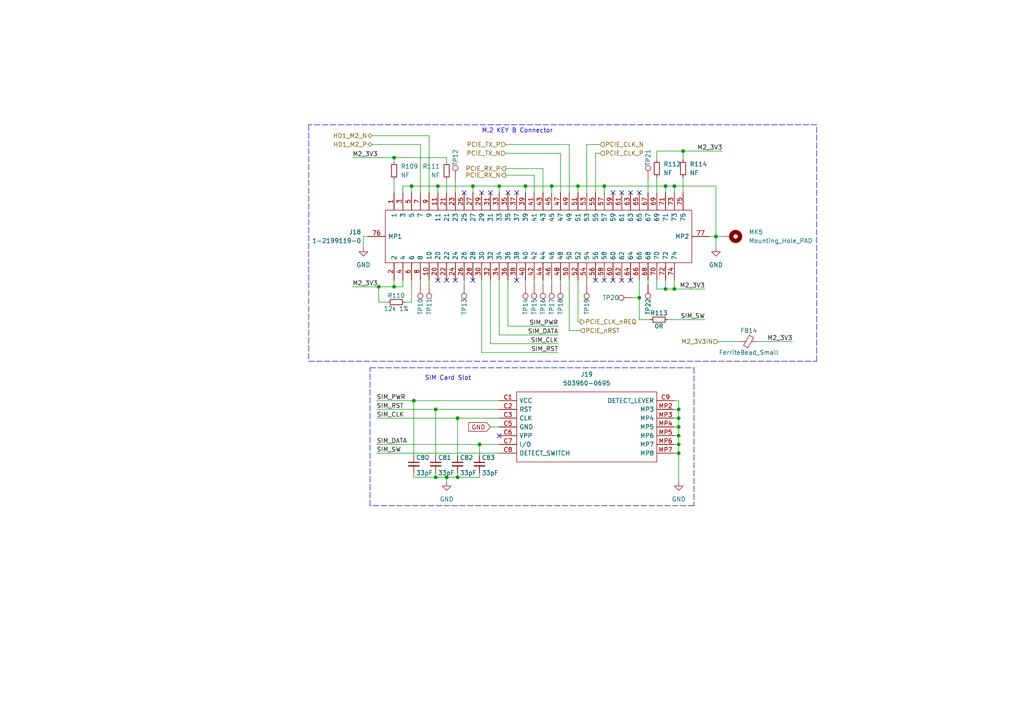
<source format=kicad_sch>
(kicad_sch (version 20211123) (generator eeschema)

  (uuid b9235dc8-d5e8-447d-a0bc-6dbd64c233df)

  (paper "A4")

  (lib_symbols
    (symbol "Connector:TestPoint" (pin_numbers hide) (pin_names (offset 0.762) hide) (in_bom yes) (on_board yes)
      (property "Reference" "TP" (id 0) (at 0 6.858 0)
        (effects (font (size 1.27 1.27)))
      )
      (property "Value" "TestPoint" (id 1) (at 0 5.08 0)
        (effects (font (size 1.27 1.27)))
      )
      (property "Footprint" "" (id 2) (at 5.08 0 0)
        (effects (font (size 1.27 1.27)) hide)
      )
      (property "Datasheet" "~" (id 3) (at 5.08 0 0)
        (effects (font (size 1.27 1.27)) hide)
      )
      (property "ki_keywords" "test point tp" (id 4) (at 0 0 0)
        (effects (font (size 1.27 1.27)) hide)
      )
      (property "ki_description" "test point" (id 5) (at 0 0 0)
        (effects (font (size 1.27 1.27)) hide)
      )
      (property "ki_fp_filters" "Pin* Test*" (id 6) (at 0 0 0)
        (effects (font (size 1.27 1.27)) hide)
      )
      (symbol "TestPoint_0_1"
        (circle (center 0 3.302) (radius 0.762)
          (stroke (width 0) (type default) (color 0 0 0 0))
          (fill (type none))
        )
      )
      (symbol "TestPoint_1_1"
        (pin passive line (at 0 0 90) (length 2.54)
          (name "1" (effects (font (size 1.27 1.27))))
          (number "1" (effects (font (size 1.27 1.27))))
        )
      )
    )
    (symbol "Device:FerriteBead_Small" (pin_numbers hide) (pin_names (offset 0)) (in_bom yes) (on_board yes)
      (property "Reference" "FB" (id 0) (at 1.905 1.27 0)
        (effects (font (size 1.27 1.27)) (justify left))
      )
      (property "Value" "FerriteBead_Small" (id 1) (at 1.905 -1.27 0)
        (effects (font (size 1.27 1.27)) (justify left))
      )
      (property "Footprint" "" (id 2) (at -1.778 0 90)
        (effects (font (size 1.27 1.27)) hide)
      )
      (property "Datasheet" "~" (id 3) (at 0 0 0)
        (effects (font (size 1.27 1.27)) hide)
      )
      (property "ki_keywords" "L ferrite bead inductor filter" (id 4) (at 0 0 0)
        (effects (font (size 1.27 1.27)) hide)
      )
      (property "ki_description" "Ferrite bead, small symbol" (id 5) (at 0 0 0)
        (effects (font (size 1.27 1.27)) hide)
      )
      (property "ki_fp_filters" "Inductor_* L_* *Ferrite*" (id 6) (at 0 0 0)
        (effects (font (size 1.27 1.27)) hide)
      )
      (symbol "FerriteBead_Small_0_1"
        (polyline
          (pts
            (xy 0 -1.27)
            (xy 0 -0.7874)
          )
          (stroke (width 0) (type default) (color 0 0 0 0))
          (fill (type none))
        )
        (polyline
          (pts
            (xy 0 0.889)
            (xy 0 1.2954)
          )
          (stroke (width 0) (type default) (color 0 0 0 0))
          (fill (type none))
        )
        (polyline
          (pts
            (xy -1.8288 0.2794)
            (xy -1.1176 1.4986)
            (xy 1.8288 -0.2032)
            (xy 1.1176 -1.4224)
            (xy -1.8288 0.2794)
          )
          (stroke (width 0) (type default) (color 0 0 0 0))
          (fill (type none))
        )
      )
      (symbol "FerriteBead_Small_1_1"
        (pin passive line (at 0 2.54 270) (length 1.27)
          (name "~" (effects (font (size 1.27 1.27))))
          (number "1" (effects (font (size 1.27 1.27))))
        )
        (pin passive line (at 0 -2.54 90) (length 1.27)
          (name "~" (effects (font (size 1.27 1.27))))
          (number "2" (effects (font (size 1.27 1.27))))
        )
      )
    )
    (symbol "SamacSys_Parts:1-2199119-0" (pin_names (offset 0.762)) (in_bom yes) (on_board yes)
      (property "Reference" "J" (id 0) (at 95.25 12.7 0)
        (effects (font (size 1.27 1.27)) (justify left))
      )
      (property "Value" "1-2199119-0" (id 1) (at 95.25 10.16 0)
        (effects (font (size 1.27 1.27)) (justify left))
      )
      (property "Footprint" "121991190" (id 2) (at 95.25 7.62 0)
        (effects (font (size 1.27 1.27)) (justify left) hide)
      )
      (property "Datasheet" "https://www.te.com/commerce/DocumentDelivery/DDEController?Action=srchrtrv&DocNm=2199119&DocType=Customer+Drawing&DocLang=English&PartCntxt=1-2199119-0&DocFormat=pdf" (id 3) (at 95.25 5.08 0)
        (effects (font (size 1.27 1.27)) (justify left) hide)
      )
      (property "Description" "Conn Card Edge SKT 67 POS 0.5mm Solder RA SMD T/R" (id 4) (at 95.25 2.54 0)
        (effects (font (size 1.27 1.27)) (justify left) hide)
      )
      (property "Height" "3.2" (id 5) (at 95.25 0 0)
        (effects (font (size 1.27 1.27)) (justify left) hide)
      )
      (property "Mouser Part Number" "571-1-2199119-0" (id 6) (at 95.25 -2.54 0)
        (effects (font (size 1.27 1.27)) (justify left) hide)
      )
      (property "Mouser Price/Stock" "https://www.mouser.co.uk/ProductDetail/TE-Connectivity/1-2199119-0?qs=I%252B29QTDM1GNSH7u%2FvP33uw%3D%3D" (id 7) (at 95.25 -5.08 0)
        (effects (font (size 1.27 1.27)) (justify left) hide)
      )
      (property "Manufacturer_Name" "TE Connectivity" (id 8) (at 95.25 -7.62 0)
        (effects (font (size 1.27 1.27)) (justify left) hide)
      )
      (property "Manufacturer_Part_Number" "1-2199119-0" (id 9) (at 95.25 -10.16 0)
        (effects (font (size 1.27 1.27)) (justify left) hide)
      )
      (property "ki_description" "Conn Card Edge SKT 67 POS 0.5mm Solder RA SMD T/R" (id 10) (at 0 0 0)
        (effects (font (size 1.27 1.27)) hide)
      )
      (symbol "1-2199119-0_0_0"
        (pin passive line (at 7.62 12.7 270) (length 5.08)
          (name "1" (effects (font (size 1.27 1.27))))
          (number "1" (effects (font (size 1.27 1.27))))
        )
        (pin passive line (at 17.78 -12.7 90) (length 5.08)
          (name "10" (effects (font (size 1.27 1.27))))
          (number "10" (effects (font (size 1.27 1.27))))
        )
        (pin passive line (at 20.32 12.7 270) (length 5.08)
          (name "11" (effects (font (size 1.27 1.27))))
          (number "11" (effects (font (size 1.27 1.27))))
        )
        (pin passive line (at 7.62 -12.7 90) (length 5.08)
          (name "2" (effects (font (size 1.27 1.27))))
          (number "2" (effects (font (size 1.27 1.27))))
        )
        (pin passive line (at 20.32 -12.7 90) (length 5.08)
          (name "20" (effects (font (size 1.27 1.27))))
          (number "20" (effects (font (size 1.27 1.27))))
        )
        (pin passive line (at 22.86 12.7 270) (length 5.08)
          (name "21" (effects (font (size 1.27 1.27))))
          (number "21" (effects (font (size 1.27 1.27))))
        )
        (pin passive line (at 22.86 -12.7 90) (length 5.08)
          (name "22" (effects (font (size 1.27 1.27))))
          (number "22" (effects (font (size 1.27 1.27))))
        )
        (pin passive line (at 25.4 12.7 270) (length 5.08)
          (name "23" (effects (font (size 1.27 1.27))))
          (number "23" (effects (font (size 1.27 1.27))))
        )
        (pin passive line (at 25.4 -12.7 90) (length 5.08)
          (name "24" (effects (font (size 1.27 1.27))))
          (number "24" (effects (font (size 1.27 1.27))))
        )
        (pin passive line (at 27.94 12.7 270) (length 5.08)
          (name "25" (effects (font (size 1.27 1.27))))
          (number "25" (effects (font (size 1.27 1.27))))
        )
        (pin passive line (at 27.94 -12.7 90) (length 5.08)
          (name "26" (effects (font (size 1.27 1.27))))
          (number "26" (effects (font (size 1.27 1.27))))
        )
        (pin passive line (at 30.48 12.7 270) (length 5.08)
          (name "27" (effects (font (size 1.27 1.27))))
          (number "27" (effects (font (size 1.27 1.27))))
        )
        (pin passive line (at 30.48 -12.7 90) (length 5.08)
          (name "28" (effects (font (size 1.27 1.27))))
          (number "28" (effects (font (size 1.27 1.27))))
        )
        (pin passive line (at 33.02 12.7 270) (length 5.08)
          (name "29" (effects (font (size 1.27 1.27))))
          (number "29" (effects (font (size 1.27 1.27))))
        )
        (pin passive line (at 10.16 12.7 270) (length 5.08)
          (name "3" (effects (font (size 1.27 1.27))))
          (number "3" (effects (font (size 1.27 1.27))))
        )
        (pin passive line (at 33.02 -12.7 90) (length 5.08)
          (name "30" (effects (font (size 1.27 1.27))))
          (number "30" (effects (font (size 1.27 1.27))))
        )
        (pin passive line (at 35.56 12.7 270) (length 5.08)
          (name "31" (effects (font (size 1.27 1.27))))
          (number "31" (effects (font (size 1.27 1.27))))
        )
        (pin passive line (at 35.56 -12.7 90) (length 5.08)
          (name "32" (effects (font (size 1.27 1.27))))
          (number "32" (effects (font (size 1.27 1.27))))
        )
        (pin passive line (at 38.1 12.7 270) (length 5.08)
          (name "33" (effects (font (size 1.27 1.27))))
          (number "33" (effects (font (size 1.27 1.27))))
        )
        (pin passive line (at 38.1 -12.7 90) (length 5.08)
          (name "34" (effects (font (size 1.27 1.27))))
          (number "34" (effects (font (size 1.27 1.27))))
        )
        (pin passive line (at 40.64 12.7 270) (length 5.08)
          (name "35" (effects (font (size 1.27 1.27))))
          (number "35" (effects (font (size 1.27 1.27))))
        )
        (pin passive line (at 40.64 -12.7 90) (length 5.08)
          (name "36" (effects (font (size 1.27 1.27))))
          (number "36" (effects (font (size 1.27 1.27))))
        )
        (pin passive line (at 43.18 12.7 270) (length 5.08)
          (name "37" (effects (font (size 1.27 1.27))))
          (number "37" (effects (font (size 1.27 1.27))))
        )
        (pin passive line (at 43.18 -12.7 90) (length 5.08)
          (name "38" (effects (font (size 1.27 1.27))))
          (number "38" (effects (font (size 1.27 1.27))))
        )
        (pin passive line (at 45.72 12.7 270) (length 5.08)
          (name "39" (effects (font (size 1.27 1.27))))
          (number "39" (effects (font (size 1.27 1.27))))
        )
        (pin passive line (at 10.16 -12.7 90) (length 5.08)
          (name "4" (effects (font (size 1.27 1.27))))
          (number "4" (effects (font (size 1.27 1.27))))
        )
        (pin passive line (at 45.72 -12.7 90) (length 5.08)
          (name "40" (effects (font (size 1.27 1.27))))
          (number "40" (effects (font (size 1.27 1.27))))
        )
        (pin passive line (at 48.26 12.7 270) (length 5.08)
          (name "41" (effects (font (size 1.27 1.27))))
          (number "41" (effects (font (size 1.27 1.27))))
        )
        (pin passive line (at 48.26 -12.7 90) (length 5.08)
          (name "42" (effects (font (size 1.27 1.27))))
          (number "42" (effects (font (size 1.27 1.27))))
        )
        (pin passive line (at 50.8 12.7 270) (length 5.08)
          (name "43" (effects (font (size 1.27 1.27))))
          (number "43" (effects (font (size 1.27 1.27))))
        )
        (pin passive line (at 50.8 -12.7 90) (length 5.08)
          (name "44" (effects (font (size 1.27 1.27))))
          (number "44" (effects (font (size 1.27 1.27))))
        )
        (pin passive line (at 53.34 12.7 270) (length 5.08)
          (name "45" (effects (font (size 1.27 1.27))))
          (number "45" (effects (font (size 1.27 1.27))))
        )
        (pin passive line (at 53.34 -12.7 90) (length 5.08)
          (name "46" (effects (font (size 1.27 1.27))))
          (number "46" (effects (font (size 1.27 1.27))))
        )
        (pin passive line (at 55.88 12.7 270) (length 5.08)
          (name "47" (effects (font (size 1.27 1.27))))
          (number "47" (effects (font (size 1.27 1.27))))
        )
        (pin passive line (at 55.88 -12.7 90) (length 5.08)
          (name "48" (effects (font (size 1.27 1.27))))
          (number "48" (effects (font (size 1.27 1.27))))
        )
        (pin passive line (at 58.42 12.7 270) (length 5.08)
          (name "49" (effects (font (size 1.27 1.27))))
          (number "49" (effects (font (size 1.27 1.27))))
        )
        (pin passive line (at 12.7 12.7 270) (length 5.08)
          (name "5" (effects (font (size 1.27 1.27))))
          (number "5" (effects (font (size 1.27 1.27))))
        )
        (pin passive line (at 58.42 -12.7 90) (length 5.08)
          (name "50" (effects (font (size 1.27 1.27))))
          (number "50" (effects (font (size 1.27 1.27))))
        )
        (pin passive line (at 60.96 12.7 270) (length 5.08)
          (name "51" (effects (font (size 1.27 1.27))))
          (number "51" (effects (font (size 1.27 1.27))))
        )
        (pin passive line (at 60.96 -12.7 90) (length 5.08)
          (name "52" (effects (font (size 1.27 1.27))))
          (number "52" (effects (font (size 1.27 1.27))))
        )
        (pin passive line (at 63.5 12.7 270) (length 5.08)
          (name "53" (effects (font (size 1.27 1.27))))
          (number "53" (effects (font (size 1.27 1.27))))
        )
        (pin passive line (at 63.5 -12.7 90) (length 5.08)
          (name "54" (effects (font (size 1.27 1.27))))
          (number "54" (effects (font (size 1.27 1.27))))
        )
        (pin passive line (at 66.04 12.7 270) (length 5.08)
          (name "55" (effects (font (size 1.27 1.27))))
          (number "55" (effects (font (size 1.27 1.27))))
        )
        (pin passive line (at 66.04 -12.7 90) (length 5.08)
          (name "56" (effects (font (size 1.27 1.27))))
          (number "56" (effects (font (size 1.27 1.27))))
        )
        (pin passive line (at 68.58 12.7 270) (length 5.08)
          (name "57" (effects (font (size 1.27 1.27))))
          (number "57" (effects (font (size 1.27 1.27))))
        )
        (pin passive line (at 68.58 -12.7 90) (length 5.08)
          (name "58" (effects (font (size 1.27 1.27))))
          (number "58" (effects (font (size 1.27 1.27))))
        )
        (pin passive line (at 71.12 12.7 270) (length 5.08)
          (name "59" (effects (font (size 1.27 1.27))))
          (number "59" (effects (font (size 1.27 1.27))))
        )
        (pin passive line (at 12.7 -12.7 90) (length 5.08)
          (name "6" (effects (font (size 1.27 1.27))))
          (number "6" (effects (font (size 1.27 1.27))))
        )
        (pin passive line (at 71.12 -12.7 90) (length 5.08)
          (name "60" (effects (font (size 1.27 1.27))))
          (number "60" (effects (font (size 1.27 1.27))))
        )
        (pin passive line (at 73.66 12.7 270) (length 5.08)
          (name "61" (effects (font (size 1.27 1.27))))
          (number "61" (effects (font (size 1.27 1.27))))
        )
        (pin passive line (at 73.66 -12.7 90) (length 5.08)
          (name "62" (effects (font (size 1.27 1.27))))
          (number "62" (effects (font (size 1.27 1.27))))
        )
        (pin passive line (at 76.2 12.7 270) (length 5.08)
          (name "63" (effects (font (size 1.27 1.27))))
          (number "63" (effects (font (size 1.27 1.27))))
        )
        (pin passive line (at 76.2 -12.7 90) (length 5.08)
          (name "64" (effects (font (size 1.27 1.27))))
          (number "64" (effects (font (size 1.27 1.27))))
        )
        (pin passive line (at 78.74 12.7 270) (length 5.08)
          (name "65" (effects (font (size 1.27 1.27))))
          (number "65" (effects (font (size 1.27 1.27))))
        )
        (pin passive line (at 78.74 -12.7 90) (length 5.08)
          (name "66" (effects (font (size 1.27 1.27))))
          (number "66" (effects (font (size 1.27 1.27))))
        )
        (pin passive line (at 81.28 12.7 270) (length 5.08)
          (name "67" (effects (font (size 1.27 1.27))))
          (number "67" (effects (font (size 1.27 1.27))))
        )
        (pin passive line (at 81.28 -12.7 90) (length 5.08)
          (name "68" (effects (font (size 1.27 1.27))))
          (number "68" (effects (font (size 1.27 1.27))))
        )
        (pin passive line (at 83.82 12.7 270) (length 5.08)
          (name "69" (effects (font (size 1.27 1.27))))
          (number "69" (effects (font (size 1.27 1.27))))
        )
        (pin passive line (at 15.24 12.7 270) (length 5.08)
          (name "7" (effects (font (size 1.27 1.27))))
          (number "7" (effects (font (size 1.27 1.27))))
        )
        (pin passive line (at 83.82 -12.7 90) (length 5.08)
          (name "70" (effects (font (size 1.27 1.27))))
          (number "70" (effects (font (size 1.27 1.27))))
        )
        (pin passive line (at 86.36 12.7 270) (length 5.08)
          (name "71" (effects (font (size 1.27 1.27))))
          (number "71" (effects (font (size 1.27 1.27))))
        )
        (pin passive line (at 86.36 -12.7 90) (length 5.08)
          (name "72" (effects (font (size 1.27 1.27))))
          (number "72" (effects (font (size 1.27 1.27))))
        )
        (pin passive line (at 88.9 12.7 270) (length 5.08)
          (name "73" (effects (font (size 1.27 1.27))))
          (number "73" (effects (font (size 1.27 1.27))))
        )
        (pin passive line (at 88.9 -12.7 90) (length 5.08)
          (name "74" (effects (font (size 1.27 1.27))))
          (number "74" (effects (font (size 1.27 1.27))))
        )
        (pin passive line (at 91.44 12.7 270) (length 5.08)
          (name "75" (effects (font (size 1.27 1.27))))
          (number "75" (effects (font (size 1.27 1.27))))
        )
        (pin passive line (at 0 0 0) (length 5.08)
          (name "MP1" (effects (font (size 1.27 1.27))))
          (number "76" (effects (font (size 1.27 1.27))))
        )
        (pin passive line (at 99.06 0 180) (length 5.08)
          (name "MP2" (effects (font (size 1.27 1.27))))
          (number "77" (effects (font (size 1.27 1.27))))
        )
        (pin passive line (at 15.24 -12.7 90) (length 5.08)
          (name "8" (effects (font (size 1.27 1.27))))
          (number "8" (effects (font (size 1.27 1.27))))
        )
        (pin passive line (at 17.78 12.7 270) (length 5.08)
          (name "9" (effects (font (size 1.27 1.27))))
          (number "9" (effects (font (size 1.27 1.27))))
        )
      )
      (symbol "1-2199119-0_0_1"
        (polyline
          (pts
            (xy 5.08 7.62)
            (xy 93.98 7.62)
            (xy 93.98 -7.62)
            (xy 5.08 -7.62)
            (xy 5.08 7.62)
          )
          (stroke (width 0.1524) (type default) (color 0 0 0 0))
          (fill (type none))
        )
      )
    )
    (symbol "SamacSys_Parts:503960-0695" (pin_names (offset 0.762)) (in_bom yes) (on_board yes)
      (property "Reference" "J" (id 0) (at 46.99 7.62 0)
        (effects (font (size 1.27 1.27)) (justify left))
      )
      (property "Value" "503960-0695" (id 1) (at 46.99 5.08 0)
        (effects (font (size 1.27 1.27)) (justify left))
      )
      (property "Footprint" "5039600695" (id 2) (at 46.99 2.54 0)
        (effects (font (size 1.27 1.27)) (justify left) hide)
      )
      (property "Datasheet" "https://componentsearchengine.com/Datasheets/2/503960-0695.pdf" (id 3) (at 46.99 0 0)
        (effects (font (size 1.27 1.27)) (justify left) hide)
      )
      (property "Description" "Memory Card Connectors microSIMPushPush NormalType" (id 4) (at 46.99 -2.54 0)
        (effects (font (size 1.27 1.27)) (justify left) hide)
      )
      (property "Height" "1.5" (id 5) (at 46.99 -5.08 0)
        (effects (font (size 1.27 1.27)) (justify left) hide)
      )
      (property "Mouser Part Number" "538-503960-0695" (id 6) (at 46.99 -7.62 0)
        (effects (font (size 1.27 1.27)) (justify left) hide)
      )
      (property "Mouser Price/Stock" "https://www.mouser.co.uk/ProductDetail/Molex/503960-0695?qs=KFnARfWiB%252BtjiGvmXUkraw%3D%3D" (id 7) (at 46.99 -10.16 0)
        (effects (font (size 1.27 1.27)) (justify left) hide)
      )
      (property "Manufacturer_Name" "Molex" (id 8) (at 46.99 -12.7 0)
        (effects (font (size 1.27 1.27)) (justify left) hide)
      )
      (property "Manufacturer_Part_Number" "503960-0695" (id 9) (at 46.99 -15.24 0)
        (effects (font (size 1.27 1.27)) (justify left) hide)
      )
      (property "ki_description" "Memory Card Connectors microSIMPushPush NormalType" (id 10) (at 0 0 0)
        (effects (font (size 1.27 1.27)) hide)
      )
      (symbol "503960-0695_0_0"
        (pin passive line (at 0 0 0) (length 5.08)
          (name "VCC" (effects (font (size 1.27 1.27))))
          (number "C1" (effects (font (size 1.27 1.27))))
        )
        (pin passive line (at 0 -2.54 0) (length 5.08)
          (name "RST" (effects (font (size 1.27 1.27))))
          (number "C2" (effects (font (size 1.27 1.27))))
        )
        (pin passive line (at 0 -5.08 0) (length 5.08)
          (name "CLK" (effects (font (size 1.27 1.27))))
          (number "C3" (effects (font (size 1.27 1.27))))
        )
        (pin passive line (at 0 -7.62 0) (length 5.08)
          (name "GND" (effects (font (size 1.27 1.27))))
          (number "C5" (effects (font (size 1.27 1.27))))
        )
        (pin passive line (at 0 -10.16 0) (length 5.08)
          (name "VPP" (effects (font (size 1.27 1.27))))
          (number "C6" (effects (font (size 1.27 1.27))))
        )
        (pin passive line (at 0 -12.7 0) (length 5.08)
          (name "I/O" (effects (font (size 1.27 1.27))))
          (number "C7" (effects (font (size 1.27 1.27))))
        )
        (pin passive line (at 0 -15.24 0) (length 5.08)
          (name "DETECT_SWITCH" (effects (font (size 1.27 1.27))))
          (number "C8" (effects (font (size 1.27 1.27))))
        )
        (pin passive line (at 50.8 0 180) (length 5.08)
          (name "DETECT_LEVER" (effects (font (size 1.27 1.27))))
          (number "C9" (effects (font (size 1.27 1.27))))
        )
        (pin passive line (at 50.8 -2.54 180) (length 5.08)
          (name "MP3" (effects (font (size 1.27 1.27))))
          (number "MP2" (effects (font (size 1.27 1.27))))
        )
        (pin passive line (at 50.8 -5.08 180) (length 5.08)
          (name "MP4" (effects (font (size 1.27 1.27))))
          (number "MP3" (effects (font (size 1.27 1.27))))
        )
        (pin passive line (at 50.8 -7.62 180) (length 5.08)
          (name "MP5" (effects (font (size 1.27 1.27))))
          (number "MP4" (effects (font (size 1.27 1.27))))
        )
        (pin passive line (at 50.8 -10.16 180) (length 5.08)
          (name "MP6" (effects (font (size 1.27 1.27))))
          (number "MP5" (effects (font (size 1.27 1.27))))
        )
        (pin passive line (at 50.8 -12.7 180) (length 5.08)
          (name "MP7" (effects (font (size 1.27 1.27))))
          (number "MP6" (effects (font (size 1.27 1.27))))
        )
        (pin passive line (at 50.8 -15.24 180) (length 5.08)
          (name "MP8" (effects (font (size 1.27 1.27))))
          (number "MP7" (effects (font (size 1.27 1.27))))
        )
      )
      (symbol "503960-0695_0_1"
        (polyline
          (pts
            (xy 5.08 2.54)
            (xy 45.72 2.54)
            (xy 45.72 -17.78)
            (xy 5.08 -17.78)
            (xy 5.08 2.54)
          )
          (stroke (width 0.1524) (type default) (color 0 0 0 0))
          (fill (type none))
        )
      )
    )
    (symbol "device:C_Small" (pin_numbers hide) (pin_names (offset 0.254) hide) (in_bom yes) (on_board yes)
      (property "Reference" "C" (id 0) (at 0.254 1.778 0)
        (effects (font (size 1.27 1.27)) (justify left))
      )
      (property "Value" "C_Small" (id 1) (at 0.254 -2.032 0)
        (effects (font (size 1.27 1.27)) (justify left))
      )
      (property "Footprint" "" (id 2) (at 0 0 0)
        (effects (font (size 1.27 1.27)) hide)
      )
      (property "Datasheet" "" (id 3) (at 0 0 0)
        (effects (font (size 1.27 1.27)) hide)
      )
      (property "ki_keywords" "capacitor cap" (id 4) (at 0 0 0)
        (effects (font (size 1.27 1.27)) hide)
      )
      (property "ki_description" "Unpolarized capacitor" (id 5) (at 0 0 0)
        (effects (font (size 1.27 1.27)) hide)
      )
      (property "ki_fp_filters" "C_*" (id 6) (at 0 0 0)
        (effects (font (size 1.27 1.27)) hide)
      )
      (symbol "C_Small_0_1"
        (polyline
          (pts
            (xy -1.524 -0.508)
            (xy 1.524 -0.508)
          )
          (stroke (width 0.3302) (type default) (color 0 0 0 0))
          (fill (type none))
        )
        (polyline
          (pts
            (xy -1.524 0.508)
            (xy 1.524 0.508)
          )
          (stroke (width 0.3048) (type default) (color 0 0 0 0))
          (fill (type none))
        )
      )
      (symbol "C_Small_1_1"
        (pin passive line (at 0 2.54 270) (length 2.032)
          (name "~" (effects (font (size 1.27 1.27))))
          (number "1" (effects (font (size 1.27 1.27))))
        )
        (pin passive line (at 0 -2.54 90) (length 2.032)
          (name "~" (effects (font (size 1.27 1.27))))
          (number "2" (effects (font (size 1.27 1.27))))
        )
      )
    )
    (symbol "device:R_Small" (pin_numbers hide) (pin_names (offset 0.254) hide) (in_bom yes) (on_board yes)
      (property "Reference" "R" (id 0) (at 0.762 0.508 0)
        (effects (font (size 1.27 1.27)) (justify left))
      )
      (property "Value" "R_Small" (id 1) (at 0.762 -1.016 0)
        (effects (font (size 1.27 1.27)) (justify left))
      )
      (property "Footprint" "" (id 2) (at 0 0 0)
        (effects (font (size 1.27 1.27)) hide)
      )
      (property "Datasheet" "" (id 3) (at 0 0 0)
        (effects (font (size 1.27 1.27)) hide)
      )
      (property "ki_keywords" "r resistor" (id 4) (at 0 0 0)
        (effects (font (size 1.27 1.27)) hide)
      )
      (property "ki_description" "Resistor, small symbol" (id 5) (at 0 0 0)
        (effects (font (size 1.27 1.27)) hide)
      )
      (property "ki_fp_filters" "R_*" (id 6) (at 0 0 0)
        (effects (font (size 1.27 1.27)) hide)
      )
      (symbol "R_Small_0_1"
        (rectangle (start -0.762 1.778) (end 0.762 -1.778)
          (stroke (width 0.2032) (type default) (color 0 0 0 0))
          (fill (type none))
        )
      )
      (symbol "R_Small_1_1"
        (pin passive line (at 0 2.54 270) (length 0.762)
          (name "~" (effects (font (size 1.27 1.27))))
          (number "1" (effects (font (size 1.27 1.27))))
        )
        (pin passive line (at 0 -2.54 90) (length 0.762)
          (name "~" (effects (font (size 1.27 1.27))))
          (number "2" (effects (font (size 1.27 1.27))))
        )
      )
    )
    (symbol "mechanical:Mounting_Hole_PAD" (pin_numbers hide) (pin_names (offset 1.016) hide) (in_bom yes) (on_board yes)
      (property "Reference" "MK" (id 0) (at 0 6.35 0)
        (effects (font (size 1.27 1.27)))
      )
      (property "Value" "Mounting_Hole_PAD" (id 1) (at 0 4.445 0)
        (effects (font (size 1.27 1.27)))
      )
      (property "Footprint" "" (id 2) (at 0 0 0)
        (effects (font (size 1.27 1.27)) hide)
      )
      (property "Datasheet" "" (id 3) (at 0 0 0)
        (effects (font (size 1.27 1.27)) hide)
      )
      (property "ki_keywords" "mounting hole" (id 4) (at 0 0 0)
        (effects (font (size 1.27 1.27)) hide)
      )
      (property "ki_description" "Mounting Hole with connection" (id 5) (at 0 0 0)
        (effects (font (size 1.27 1.27)) hide)
      )
      (property "ki_fp_filters" "Mounting?Hole* Hole*" (id 6) (at 0 0 0)
        (effects (font (size 1.27 1.27)) hide)
      )
      (symbol "Mounting_Hole_PAD_0_1"
        (circle (center 0 1.27) (radius 1.27)
          (stroke (width 1.27) (type default) (color 0 0 0 0))
          (fill (type none))
        )
      )
      (symbol "Mounting_Hole_PAD_1_1"
        (pin input line (at 0 -2.54 90) (length 2.54)
          (name "1" (effects (font (size 1.27 1.27))))
          (number "1" (effects (font (size 1.27 1.27))))
        )
      )
    )
    (symbol "power:GND" (power) (pin_names (offset 0)) (in_bom yes) (on_board yes)
      (property "Reference" "#PWR" (id 0) (at 0 -6.35 0)
        (effects (font (size 1.27 1.27)) hide)
      )
      (property "Value" "GND" (id 1) (at 0 -3.81 0)
        (effects (font (size 1.27 1.27)))
      )
      (property "Footprint" "" (id 2) (at 0 0 0)
        (effects (font (size 1.27 1.27)) hide)
      )
      (property "Datasheet" "" (id 3) (at 0 0 0)
        (effects (font (size 1.27 1.27)) hide)
      )
      (property "ki_keywords" "Power Flag Symbol" (id 4) (at 0 0 0)
        (effects (font (size 1.27 1.27)) hide)
      )
      (property "ki_description" "GROUND power-flag symbol" (id 5) (at 0 0 0)
        (effects (font (size 1.27 1.27)) hide)
      )
      (symbol "GND_0_1"
        (polyline
          (pts
            (xy 0 0)
            (xy 0 -1.27)
            (xy 1.27 -1.27)
            (xy 0 -2.54)
            (xy -1.27 -1.27)
            (xy 0 -1.27)
          )
          (stroke (width 0) (type default) (color 0 0 0 0))
          (fill (type none))
        )
      )
      (symbol "GND_1_1"
        (pin power_in line (at 0 0 270) (length 0) hide
          (name "GND" (effects (font (size 1.27 1.27))))
          (number "1" (effects (font (size 1.27 1.27))))
        )
      )
    )
  )

  (junction (at 160.02 53.975) (diameter 0.9144) (color 0 0 0 0)
    (uuid 076046ab-4b56-4060-b8d9-0d80806d0277)
  )
  (junction (at 196.85 123.825) (diameter 0.9144) (color 0 0 0 0)
    (uuid 1171ce37-6ad7-4662-bb68-5592c945ebf3)
  )
  (junction (at 152.4 53.975) (diameter 0.9144) (color 0 0 0 0)
    (uuid 16121028-bdf5-49c0-aae7-e28fe5bfa771)
  )
  (junction (at 127 53.975) (diameter 0.9144) (color 0 0 0 0)
    (uuid 196a8dd5-5fd6-4c7f-ae4a-0104bd82e61b)
  )
  (junction (at 167.64 53.975) (diameter 0.9144) (color 0 0 0 0)
    (uuid 1fbb0219-551e-409b-a61b-76e8cebdfb9d)
  )
  (junction (at 207.645 68.58) (diameter 0.9144) (color 0 0 0 0)
    (uuid 2454fd1b-3484-4838-8b7e-d26357238fe1)
  )
  (junction (at 196.85 128.905) (diameter 0.9144) (color 0 0 0 0)
    (uuid 3f43d730-2a73-49fe-9672-32428e7f5b49)
  )
  (junction (at 193.04 83.82) (diameter 0.9144) (color 0 0 0 0)
    (uuid 43707e99-bdd7-4b02-9974-540ed6c2b0aa)
  )
  (junction (at 139.065 128.905) (diameter 0.9144) (color 0 0 0 0)
    (uuid 45884597-7014-4461-83ee-9975c42b9a53)
  )
  (junction (at 126.365 138.43) (diameter 0.9144) (color 0 0 0 0)
    (uuid 4db55cb8-197b-4402-871f-ce582b65664b)
  )
  (junction (at 198.12 43.815) (diameter 0.9144) (color 0 0 0 0)
    (uuid 6bd115d6-07e0-45db-8f2e-3cbb0429104f)
  )
  (junction (at 114.3 83.185) (diameter 0.9144) (color 0 0 0 0)
    (uuid 79770cd5-32d7-429a-8248-0d9e6212231a)
  )
  (junction (at 196.85 131.445) (diameter 0.9144) (color 0 0 0 0)
    (uuid 9031bb33-c6aa-4758-bf5c-3274ed3ebab7)
  )
  (junction (at 119.38 53.975) (diameter 0.9144) (color 0 0 0 0)
    (uuid 9186dae5-6dc3-4744-9f90-e697559c6ac8)
  )
  (junction (at 195.58 83.82) (diameter 0.9144) (color 0 0 0 0)
    (uuid 97fe2a5c-4eee-4c7a-9c43-47749b396494)
  )
  (junction (at 132.715 138.43) (diameter 0.9144) (color 0 0 0 0)
    (uuid 99332785-d9f1-4363-9377-26ddc18e6d2c)
  )
  (junction (at 120.015 116.205) (diameter 0.9144) (color 0 0 0 0)
    (uuid 9aedbb9e-8340-4899-b813-05b23382a36b)
  )
  (junction (at 196.85 118.745) (diameter 0.9144) (color 0 0 0 0)
    (uuid ae77c3c8-1144-468e-ad5b-a0b4090735bd)
  )
  (junction (at 114.3 45.72) (diameter 0.9144) (color 0 0 0 0)
    (uuid b0271cdd-de22-4bf4-8f55-fc137cfbd4ec)
  )
  (junction (at 126.365 118.745) (diameter 0.9144) (color 0 0 0 0)
    (uuid c3c499b1-9227-4e4b-9982-f9f1aa6203b9)
  )
  (junction (at 196.85 126.365) (diameter 0.9144) (color 0 0 0 0)
    (uuid c514e30c-e48e-4ca5-ab44-8b3afedef1f2)
  )
  (junction (at 132.715 121.285) (diameter 0.9144) (color 0 0 0 0)
    (uuid ce72ea62-9343-4a4f-81bf-8ac601f5d005)
  )
  (junction (at 144.78 53.975) (diameter 0.9144) (color 0 0 0 0)
    (uuid d0a0deb1-4f0f-4ede-b730-2c6d67cb9618)
  )
  (junction (at 129.54 138.43) (diameter 0.9144) (color 0 0 0 0)
    (uuid d4c9471f-7503-4339-928c-d1abae1eede6)
  )
  (junction (at 109.855 83.185) (diameter 0.9144) (color 0 0 0 0)
    (uuid e17e6c0e-7e5b-43f0-ad48-0a2760b45b04)
  )
  (junction (at 137.16 53.975) (diameter 0.9144) (color 0 0 0 0)
    (uuid e4e20505-1208-4100-a4aa-676f50844c06)
  )
  (junction (at 195.58 53.975) (diameter 0.9144) (color 0 0 0 0)
    (uuid e97b5984-9f0f-43a4-9b8a-838eef4cceb2)
  )
  (junction (at 185.42 86.36) (diameter 0.9144) (color 0 0 0 0)
    (uuid f1a9fb80-4cc4-410f-9616-e19c969dcab5)
  )
  (junction (at 193.04 53.975) (diameter 0.9144) (color 0 0 0 0)
    (uuid fa918b6d-f6cf-4471-be3b-4ff713f55a2e)
  )
  (junction (at 196.85 121.285) (diameter 0.9144) (color 0 0 0 0)
    (uuid fb30f9bb-6a0b-4d8a-82b0-266eab794bc6)
  )
  (junction (at 175.26 53.975) (diameter 0.9144) (color 0 0 0 0)
    (uuid fea7c5d1-76d6-41a0-b5e3-29889dbb8ce0)
  )

  (no_connect (at 149.86 81.28) (uuid 1909497f-a5d2-4427-8ba6-c4514792a186))
  (no_connect (at 182.88 81.28) (uuid 1ef1e3d0-78ee-470f-9b56-a24428ca1d94))
  (no_connect (at 180.34 55.88) (uuid 202cdaac-06b7-44d8-a43a-09a43f6e1d3e))
  (no_connect (at 182.88 55.88) (uuid 2c9c609f-1ccf-4158-bfd1-8a7e03cb62f6))
  (no_connect (at 129.54 81.28) (uuid 2dadd7ee-48db-4903-8d09-3705407e99b9))
  (no_connect (at 139.7 55.88) (uuid 55b1c8c9-c773-4a4d-a6cf-8dcb20c37ccb))
  (no_connect (at 177.8 55.88) (uuid 58df47c4-a71b-40ac-a29c-c3ff992411da))
  (no_connect (at 127 81.28) (uuid 594a98c0-4d8d-47d4-9211-916bde48b170))
  (no_connect (at 172.72 81.28) (uuid 62f22bda-8562-4786-a232-1dc7802315fe))
  (no_connect (at 175.26 81.28) (uuid 6bd81bd6-d8b8-488a-80e4-c571c05e5925))
  (no_connect (at 134.62 55.88) (uuid 7203ae37-e3e1-455e-b9dc-440581813cc0))
  (no_connect (at 142.24 55.88) (uuid 898a5ab7-c5fd-4c04-acc0-b8a4f13548cf))
  (no_connect (at 185.42 55.88) (uuid 8ab49494-1160-4aad-bd1a-289c48b48dc4))
  (no_connect (at 180.34 81.28) (uuid 8d5e1851-23b4-428e-9069-26d4ce65386b))
  (no_connect (at 144.78 126.365) (uuid 9052ef80-1ba4-4048-93db-3ddbb0b529cb))
  (no_connect (at 132.08 81.28) (uuid b4285523-ebee-42b2-983e-a20a15824940))
  (no_connect (at 137.16 81.28) (uuid bf0157c9-26c6-4ea0-b1c3-63cac9ce1de8))
  (no_connect (at 177.8 81.28) (uuid c29c3cee-1c2a-48fa-a038-151074a7b0a5))
  (no_connect (at 147.32 55.88) (uuid c4a74092-b4be-4c33-83e8-6236df851ce4))
  (no_connect (at 149.86 55.88) (uuid e9e337fd-703a-4eac-a193-592a624448b3))

  (wire (pts (xy 144.78 97.155) (xy 161.925 97.155))
    (stroke (width 0) (type solid) (color 0 0 0 0))
    (uuid 03111c3e-2d06-4d12-83c3-8e44d93e1fd2)
  )
  (wire (pts (xy 126.365 118.745) (xy 144.78 118.745))
    (stroke (width 0) (type solid) (color 0 0 0 0))
    (uuid 079752d1-a089-47f5-8f90-b86f15409665)
  )
  (wire (pts (xy 147.32 81.28) (xy 147.32 94.615))
    (stroke (width 0) (type solid) (color 0 0 0 0))
    (uuid 081fc9cf-4470-404f-bf06-149da009a87a)
  )
  (wire (pts (xy 129.54 46.99) (xy 129.54 45.72))
    (stroke (width 0) (type solid) (color 0 0 0 0))
    (uuid 0c3f2c4e-995b-418f-83b4-7362c85847ab)
  )
  (wire (pts (xy 190.5 83.82) (xy 193.04 83.82))
    (stroke (width 0) (type solid) (color 0 0 0 0))
    (uuid 118d25bd-b2ef-4071-ad8d-8aee0bfc0054)
  )
  (wire (pts (xy 190.5 51.435) (xy 190.5 55.88))
    (stroke (width 0) (type solid) (color 0 0 0 0))
    (uuid 127cbd23-3f1d-46b2-84e3-212397eeb22b)
  )
  (polyline (pts (xy 201.295 146.685) (xy 107.315 146.685))
    (stroke (width 0) (type dash) (color 0 0 0 0))
    (uuid 140a0b3f-22c7-4c94-a468-1ced05a01f79)
  )

  (wire (pts (xy 183.515 86.36) (xy 185.42 86.36))
    (stroke (width 0) (type solid) (color 0 0 0 0))
    (uuid 163a431f-ddc5-46e0-8337-3388066e0576)
  )
  (wire (pts (xy 190.5 81.28) (xy 190.5 83.82))
    (stroke (width 0) (type solid) (color 0 0 0 0))
    (uuid 1897a3bc-059d-46c4-b1ee-32ec62df5924)
  )
  (wire (pts (xy 119.38 53.975) (xy 127 53.975))
    (stroke (width 0) (type solid) (color 0 0 0 0))
    (uuid 18c3e637-3ceb-4707-b937-a1f8bf25e1be)
  )
  (wire (pts (xy 160.02 53.975) (xy 160.02 55.88))
    (stroke (width 0) (type solid) (color 0 0 0 0))
    (uuid 195b01a7-ddb5-4c1c-b90c-baca1ade3e2d)
  )
  (wire (pts (xy 160.02 53.975) (xy 167.64 53.975))
    (stroke (width 0) (type solid) (color 0 0 0 0))
    (uuid 1b01bb92-641b-4315-b5a0-aacb24079798)
  )
  (wire (pts (xy 144.78 53.975) (xy 152.4 53.975))
    (stroke (width 0) (type solid) (color 0 0 0 0))
    (uuid 1b5377e7-d3ff-4a37-9ec6-baf60a5580b4)
  )
  (wire (pts (xy 175.26 53.975) (xy 193.04 53.975))
    (stroke (width 0) (type solid) (color 0 0 0 0))
    (uuid 1c015fc3-1762-4266-835c-73e3618abca3)
  )
  (wire (pts (xy 120.015 116.205) (xy 144.78 116.205))
    (stroke (width 0) (type solid) (color 0 0 0 0))
    (uuid 1c7bb640-219a-41c9-a929-aea1e2149930)
  )
  (wire (pts (xy 195.58 123.825) (xy 196.85 123.825))
    (stroke (width 0) (type solid) (color 0 0 0 0))
    (uuid 1e2871b1-94a1-4e46-b9c4-981f47d7eed8)
  )
  (wire (pts (xy 102.235 45.72) (xy 114.3 45.72))
    (stroke (width 0) (type solid) (color 0 0 0 0))
    (uuid 1e6bcd71-12a6-4457-83bd-9b57672d86ae)
  )
  (wire (pts (xy 134.62 81.28) (xy 134.62 82.55))
    (stroke (width 0) (type solid) (color 0 0 0 0))
    (uuid 1ed87760-2c78-4e30-bcf5-642c482d4fbf)
  )
  (wire (pts (xy 207.645 68.58) (xy 207.645 53.975))
    (stroke (width 0) (type solid) (color 0 0 0 0))
    (uuid 1fc896b3-e9f3-4d1b-8f5a-991bfb9131a3)
  )
  (wire (pts (xy 107.95 39.37) (xy 124.46 39.37))
    (stroke (width 0) (type solid) (color 0 0 0 0))
    (uuid 1fedaa8c-a5a4-4a6f-b474-bd040782e039)
  )
  (wire (pts (xy 196.85 128.905) (xy 196.85 131.445))
    (stroke (width 0) (type solid) (color 0 0 0 0))
    (uuid 1ffaf4b9-e50d-49ba-8e81-770b26d1ecd4)
  )
  (wire (pts (xy 116.84 81.28) (xy 116.84 83.185))
    (stroke (width 0) (type solid) (color 0 0 0 0))
    (uuid 233f238f-2c89-41eb-8b83-c3061847a0fb)
  )
  (wire (pts (xy 137.16 55.88) (xy 137.16 53.975))
    (stroke (width 0) (type solid) (color 0 0 0 0))
    (uuid 25313c9e-edcb-41aa-8472-484f2422af1e)
  )
  (wire (pts (xy 195.58 81.28) (xy 195.58 83.82))
    (stroke (width 0) (type solid) (color 0 0 0 0))
    (uuid 255650ff-9338-4c96-adf0-f77de542652e)
  )
  (wire (pts (xy 126.365 137.16) (xy 126.365 138.43))
    (stroke (width 0) (type solid) (color 0 0 0 0))
    (uuid 2615c777-0813-4b30-a759-96d741c9b7ed)
  )
  (wire (pts (xy 116.84 55.88) (xy 116.84 53.975))
    (stroke (width 0) (type solid) (color 0 0 0 0))
    (uuid 2781b343-c568-44ee-8333-1c97642cb020)
  )
  (wire (pts (xy 157.48 81.28) (xy 157.48 82.55))
    (stroke (width 0) (type solid) (color 0 0 0 0))
    (uuid 2a420bf2-0b1f-409c-9c60-029f625e7357)
  )
  (wire (pts (xy 196.85 121.285) (xy 196.85 118.745))
    (stroke (width 0) (type solid) (color 0 0 0 0))
    (uuid 2afc1a6b-075b-434c-8e20-617f0d62bfba)
  )
  (wire (pts (xy 154.94 81.28) (xy 154.94 82.55))
    (stroke (width 0) (type solid) (color 0 0 0 0))
    (uuid 2f043e41-292d-4c1c-ab48-60cc5b42708f)
  )
  (wire (pts (xy 127 53.975) (xy 137.16 53.975))
    (stroke (width 0) (type solid) (color 0 0 0 0))
    (uuid 2fc49bcd-45aa-4225-9621-c3a5357942b6)
  )
  (wire (pts (xy 165.1 55.88) (xy 165.1 41.91))
    (stroke (width 0) (type solid) (color 0 0 0 0))
    (uuid 33782b9a-115b-4deb-acdb-4f66e09e4889)
  )
  (wire (pts (xy 139.7 81.28) (xy 139.7 102.235))
    (stroke (width 0) (type solid) (color 0 0 0 0))
    (uuid 358f801d-9a6f-4ac4-b6ef-023c07c1134a)
  )
  (wire (pts (xy 175.26 53.975) (xy 175.26 55.88))
    (stroke (width 0) (type solid) (color 0 0 0 0))
    (uuid 37a08deb-f380-4460-93d7-d1fdd8f2c47f)
  )
  (wire (pts (xy 119.38 87.63) (xy 117.475 87.63))
    (stroke (width 0) (type solid) (color 0 0 0 0))
    (uuid 3b7af01a-a40f-484a-ad09-338afd2af6cd)
  )
  (wire (pts (xy 185.42 86.36) (xy 185.42 92.71))
    (stroke (width 0) (type solid) (color 0 0 0 0))
    (uuid 42d4e0fe-64ef-4ee8-a9df-415c67060075)
  )
  (wire (pts (xy 120.015 116.205) (xy 120.015 132.08))
    (stroke (width 0) (type solid) (color 0 0 0 0))
    (uuid 433634a7-9ffe-480b-8f2c-fe1648938ec9)
  )
  (wire (pts (xy 207.645 68.58) (xy 205.74 68.58))
    (stroke (width 0) (type solid) (color 0 0 0 0))
    (uuid 437f663c-bac0-4c8d-b752-f0e2ac38e0c0)
  )
  (wire (pts (xy 142.24 81.28) (xy 142.24 99.695))
    (stroke (width 0) (type solid) (color 0 0 0 0))
    (uuid 442206c1-2a2b-4031-9cab-5f93e5946e7a)
  )
  (wire (pts (xy 170.18 41.91) (xy 170.18 55.88))
    (stroke (width 0) (type solid) (color 0 0 0 0))
    (uuid 467f6a01-c4dc-4292-8565-5c401cf462c2)
  )
  (wire (pts (xy 116.84 53.975) (xy 119.38 53.975))
    (stroke (width 0) (type solid) (color 0 0 0 0))
    (uuid 470d87cc-3df8-44f3-8dc6-76e4cf1c04e3)
  )
  (wire (pts (xy 139.065 128.905) (xy 144.78 128.905))
    (stroke (width 0) (type solid) (color 0 0 0 0))
    (uuid 496b1d1b-5301-49eb-b45c-562fc20ab73a)
  )
  (wire (pts (xy 109.22 131.445) (xy 144.78 131.445))
    (stroke (width 0) (type solid) (color 0 0 0 0))
    (uuid 4bd28f12-31cf-4e90-ab17-c43f46f1444c)
  )
  (wire (pts (xy 193.04 81.28) (xy 193.04 83.82))
    (stroke (width 0) (type solid) (color 0 0 0 0))
    (uuid 4d7e8449-50d8-4293-ada2-4f2766dcefcc)
  )
  (wire (pts (xy 129.54 138.43) (xy 132.715 138.43))
    (stroke (width 0) (type solid) (color 0 0 0 0))
    (uuid 51476dd6-5b9e-4956-8a27-94e4cda6bf37)
  )
  (wire (pts (xy 114.3 46.99) (xy 114.3 45.72))
    (stroke (width 0) (type solid) (color 0 0 0 0))
    (uuid 53605c09-f6aa-4136-9ca5-2e5bb6f45a37)
  )
  (wire (pts (xy 102.235 83.185) (xy 109.855 83.185))
    (stroke (width 0) (type solid) (color 0 0 0 0))
    (uuid 538fe497-78de-4772-b89c-165dd288e332)
  )
  (wire (pts (xy 152.4 53.975) (xy 152.4 55.88))
    (stroke (width 0) (type solid) (color 0 0 0 0))
    (uuid 55490e7e-fea8-435f-bd50-86ec64a7eaf6)
  )
  (wire (pts (xy 109.22 118.745) (xy 126.365 118.745))
    (stroke (width 0) (type solid) (color 0 0 0 0))
    (uuid 56c36d34-74e8-4605-8f9b-92799194a8fb)
  )
  (wire (pts (xy 124.46 39.37) (xy 124.46 55.88))
    (stroke (width 0) (type solid) (color 0 0 0 0))
    (uuid 594c73a7-b140-46e3-934b-9b54aed1c7d5)
  )
  (wire (pts (xy 195.58 128.905) (xy 196.85 128.905))
    (stroke (width 0) (type solid) (color 0 0 0 0))
    (uuid 59e70aa5-422b-4afc-96db-3d53ba9c17b2)
  )
  (wire (pts (xy 185.42 81.28) (xy 185.42 86.36))
    (stroke (width 0) (type solid) (color 0 0 0 0))
    (uuid 5b13c2d5-4210-42b1-b24b-d5ca60db8bf0)
  )
  (wire (pts (xy 154.94 55.88) (xy 154.94 50.8))
    (stroke (width 0) (type solid) (color 0 0 0 0))
    (uuid 5b4c196c-9068-4951-af23-cc6b419e26a0)
  )
  (wire (pts (xy 114.3 81.28) (xy 114.3 83.185))
    (stroke (width 0) (type solid) (color 0 0 0 0))
    (uuid 5f81ec4f-4f8f-4140-b3a2-22614426c947)
  )
  (wire (pts (xy 144.78 81.28) (xy 144.78 97.155))
    (stroke (width 0) (type solid) (color 0 0 0 0))
    (uuid 612741cd-4cf3-4fe7-a0c1-d4742a1f335f)
  )
  (wire (pts (xy 196.85 131.445) (xy 196.85 139.7))
    (stroke (width 0) (type solid) (color 0 0 0 0))
    (uuid 61b23ed5-b5bb-427b-93a0-5cbe8524eb8f)
  )
  (wire (pts (xy 196.85 123.825) (xy 196.85 121.285))
    (stroke (width 0) (type solid) (color 0 0 0 0))
    (uuid 61eb371f-cb37-4eb1-a562-0c13bbf0a90f)
  )
  (wire (pts (xy 132.715 121.285) (xy 132.715 132.08))
    (stroke (width 0) (type solid) (color 0 0 0 0))
    (uuid 6243b89c-4d05-4318-9d18-a159e5bf955f)
  )
  (wire (pts (xy 193.675 92.71) (xy 204.47 92.71))
    (stroke (width 0) (type solid) (color 0 0 0 0))
    (uuid 6456179d-19d7-4718-9c20-0e38a26ed535)
  )
  (wire (pts (xy 139.065 138.43) (xy 139.065 137.16))
    (stroke (width 0) (type solid) (color 0 0 0 0))
    (uuid 647b0a2d-503e-47f6-ad9a-4c449ce2be1b)
  )
  (wire (pts (xy 109.22 121.285) (xy 132.715 121.285))
    (stroke (width 0) (type solid) (color 0 0 0 0))
    (uuid 689d483b-ec3f-45ce-a197-f8df5cf8e921)
  )
  (wire (pts (xy 119.38 81.28) (xy 119.38 87.63))
    (stroke (width 0) (type solid) (color 0 0 0 0))
    (uuid 68ce9e74-9aac-4a9a-aa25-19bbf1adafb7)
  )
  (wire (pts (xy 120.015 138.43) (xy 126.365 138.43))
    (stroke (width 0) (type solid) (color 0 0 0 0))
    (uuid 696151aa-d915-42fa-b738-f60e8f6c16aa)
  )
  (wire (pts (xy 208.28 99.06) (xy 214.63 99.06))
    (stroke (width 0) (type default) (color 0 0 0 0))
    (uuid 6af92ff2-926d-4ac3-9082-8c9d718c1011)
  )
  (wire (pts (xy 144.78 53.975) (xy 144.78 55.88))
    (stroke (width 0) (type solid) (color 0 0 0 0))
    (uuid 6c2eab39-835d-4615-8b66-b3becc7cb811)
  )
  (wire (pts (xy 137.16 53.975) (xy 144.78 53.975))
    (stroke (width 0) (type solid) (color 0 0 0 0))
    (uuid 6c852028-cad5-47f8-be4e-98a0f0d580c3)
  )
  (wire (pts (xy 173.99 41.91) (xy 170.18 41.91))
    (stroke (width 0) (type solid) (color 0 0 0 0))
    (uuid 6f0dc7ec-6e51-42f9-8272-0a3e6d9f5a82)
  )
  (wire (pts (xy 132.715 121.285) (xy 144.78 121.285))
    (stroke (width 0) (type solid) (color 0 0 0 0))
    (uuid 703a3748-f055-4f67-914c-70af96f95959)
  )
  (polyline (pts (xy 89.535 104.775) (xy 236.855 104.775))
    (stroke (width 0) (type dash) (color 0 0 0 0))
    (uuid 712d85dd-deef-4429-a7b7-7868b30de1dd)
  )

  (wire (pts (xy 126.365 118.745) (xy 126.365 132.08))
    (stroke (width 0) (type solid) (color 0 0 0 0))
    (uuid 71c02bce-b73a-4d53-b077-86fb216bd7fc)
  )
  (wire (pts (xy 132.715 138.43) (xy 139.065 138.43))
    (stroke (width 0) (type solid) (color 0 0 0 0))
    (uuid 71f2797b-da13-46c2-bc51-1b3df1b32475)
  )
  (wire (pts (xy 129.54 52.07) (xy 129.54 55.88))
    (stroke (width 0) (type solid) (color 0 0 0 0))
    (uuid 7381eede-38fc-4705-b840-ded0354aa0ae)
  )
  (wire (pts (xy 109.855 83.185) (xy 114.3 83.185))
    (stroke (width 0) (type solid) (color 0 0 0 0))
    (uuid 75aec0b9-8922-4617-a2a4-f5215d1786ae)
  )
  (wire (pts (xy 124.46 81.28) (xy 124.46 82.55))
    (stroke (width 0) (type solid) (color 0 0 0 0))
    (uuid 76048f37-dbdd-429b-a39d-32c9ad3e39e7)
  )
  (wire (pts (xy 112.395 87.63) (xy 109.855 87.63))
    (stroke (width 0) (type solid) (color 0 0 0 0))
    (uuid 7b2664e4-45c3-4db4-ab30-bf2da4d06987)
  )
  (wire (pts (xy 195.58 83.82) (xy 204.47 83.82))
    (stroke (width 0) (type solid) (color 0 0 0 0))
    (uuid 7be64ddf-bfa8-4232-8ffc-a397d3cd80be)
  )
  (wire (pts (xy 132.08 52.07) (xy 132.08 55.88))
    (stroke (width 0) (type solid) (color 0 0 0 0))
    (uuid 7caf303a-1263-4e1b-875f-fdf4ceeb417e)
  )
  (wire (pts (xy 190.5 43.815) (xy 198.12 43.815))
    (stroke (width 0) (type solid) (color 0 0 0 0))
    (uuid 8067ee68-39d9-4e6c-aa4e-cfad9b745998)
  )
  (wire (pts (xy 185.42 92.71) (xy 188.595 92.71))
    (stroke (width 0) (type solid) (color 0 0 0 0))
    (uuid 8109dbc5-56cc-4ea1-916c-f619c8655393)
  )
  (wire (pts (xy 152.4 53.975) (xy 160.02 53.975))
    (stroke (width 0) (type solid) (color 0 0 0 0))
    (uuid 8170a870-0972-4d4f-a6c3-49876654bf9b)
  )
  (wire (pts (xy 152.4 81.28) (xy 152.4 82.55))
    (stroke (width 0) (type solid) (color 0 0 0 0))
    (uuid 81b255a0-ffe6-488f-aebe-3a9130609650)
  )
  (wire (pts (xy 127 53.975) (xy 127 55.88))
    (stroke (width 0) (type solid) (color 0 0 0 0))
    (uuid 8a09b2f3-7a83-4b4c-8617-9812120cc49f)
  )
  (wire (pts (xy 207.645 71.755) (xy 207.645 68.58))
    (stroke (width 0) (type solid) (color 0 0 0 0))
    (uuid 8e2b7077-c4d1-4116-9ced-16d5c50eaef1)
  )
  (wire (pts (xy 162.56 55.88) (xy 162.56 44.45))
    (stroke (width 0) (type solid) (color 0 0 0 0))
    (uuid 8e346433-309b-49b9-87d7-6b0454dae775)
  )
  (wire (pts (xy 167.64 53.975) (xy 167.64 55.88))
    (stroke (width 0) (type solid) (color 0 0 0 0))
    (uuid 90c4a2a2-db82-4287-8f8b-228d9426c26c)
  )
  (wire (pts (xy 142.24 99.695) (xy 161.925 99.695))
    (stroke (width 0) (type solid) (color 0 0 0 0))
    (uuid 91a054e2-8e3a-416c-87de-2b002d88b6a5)
  )
  (wire (pts (xy 219.71 99.06) (xy 229.87 99.06))
    (stroke (width 0) (type default) (color 0 0 0 0))
    (uuid 9426fdef-e45e-43d3-9846-2830262a7405)
  )
  (wire (pts (xy 195.58 126.365) (xy 196.85 126.365))
    (stroke (width 0) (type solid) (color 0 0 0 0))
    (uuid 95b80f4c-99b9-4763-b787-74041e471fa3)
  )
  (wire (pts (xy 196.85 128.905) (xy 196.85 126.365))
    (stroke (width 0) (type solid) (color 0 0 0 0))
    (uuid 95bba58e-90f6-489b-8b7a-0d949ed02eeb)
  )
  (wire (pts (xy 162.56 44.45) (xy 146.685 44.45))
    (stroke (width 0) (type solid) (color 0 0 0 0))
    (uuid 97f1da0a-600a-4fea-9567-5ffaa9b77903)
  )
  (wire (pts (xy 105.41 68.58) (xy 105.41 71.755))
    (stroke (width 0) (type solid) (color 0 0 0 0))
    (uuid a15cc712-dbfb-49f6-8266-8db6a475fefb)
  )
  (wire (pts (xy 165.1 81.28) (xy 165.1 95.885))
    (stroke (width 0) (type solid) (color 0 0 0 0))
    (uuid a283efce-9735-4c62-8f7b-414d2fe9c43d)
  )
  (wire (pts (xy 170.18 81.28) (xy 170.18 82.55))
    (stroke (width 0) (type solid) (color 0 0 0 0))
    (uuid a2f04dc0-71ba-4a24-a7cf-7dadeda312e7)
  )
  (wire (pts (xy 165.1 41.91) (xy 146.685 41.91))
    (stroke (width 0) (type solid) (color 0 0 0 0))
    (uuid a38f028e-f566-41eb-9f14-33e99ebcf953)
  )
  (wire (pts (xy 195.58 131.445) (xy 196.85 131.445))
    (stroke (width 0) (type solid) (color 0 0 0 0))
    (uuid a58e4c0e-68c1-4c0b-8aa1-acb3fd2f89b3)
  )
  (wire (pts (xy 207.645 68.58) (xy 209.55 68.58))
    (stroke (width 0) (type solid) (color 0 0 0 0))
    (uuid a8fbdcb2-e7dd-4af9-8582-bb39afde018f)
  )
  (wire (pts (xy 119.38 53.975) (xy 119.38 55.88))
    (stroke (width 0) (type solid) (color 0 0 0 0))
    (uuid a988e654-bed2-4f80-893c-a351b1fb3022)
  )
  (wire (pts (xy 187.96 81.28) (xy 187.96 82.55))
    (stroke (width 0) (type solid) (color 0 0 0 0))
    (uuid aa4bf545-efab-4b1e-ad99-d95c44f78013)
  )
  (wire (pts (xy 190.5 46.355) (xy 190.5 43.815))
    (stroke (width 0) (type solid) (color 0 0 0 0))
    (uuid aaf2394e-57c5-45a5-8239-217b91e9aab3)
  )
  (wire (pts (xy 157.48 55.88) (xy 157.48 48.895))
    (stroke (width 0) (type solid) (color 0 0 0 0))
    (uuid ab25977f-98ed-4196-a1f8-8898f2400450)
  )
  (wire (pts (xy 147.32 94.615) (xy 161.925 94.615))
    (stroke (width 0) (type solid) (color 0 0 0 0))
    (uuid ac681d90-1f59-426e-aac2-68b1650885d0)
  )
  (wire (pts (xy 120.015 137.16) (xy 120.015 138.43))
    (stroke (width 0) (type solid) (color 0 0 0 0))
    (uuid af25c71f-57eb-46ff-b938-41d64438ed04)
  )
  (wire (pts (xy 196.85 118.745) (xy 196.85 116.205))
    (stroke (width 0) (type solid) (color 0 0 0 0))
    (uuid afb1bf10-1b7c-454f-8b2d-ada4699c5066)
  )
  (wire (pts (xy 139.7 102.235) (xy 161.925 102.235))
    (stroke (width 0) (type solid) (color 0 0 0 0))
    (uuid b0b695e6-6259-47b3-9719-6652e39ab4fe)
  )
  (wire (pts (xy 107.95 41.91) (xy 121.92 41.91))
    (stroke (width 0) (type solid) (color 0 0 0 0))
    (uuid b3c21bfd-bb97-4196-a8b3-aaf1b5039470)
  )
  (wire (pts (xy 172.72 44.45) (xy 173.99 44.45))
    (stroke (width 0) (type solid) (color 0 0 0 0))
    (uuid b48dca34-3eae-4e96-a218-57f4a55423f8)
  )
  (wire (pts (xy 121.92 55.88) (xy 121.92 41.91))
    (stroke (width 0) (type solid) (color 0 0 0 0))
    (uuid b6174866-cd36-45ef-89cb-b340f12e83d9)
  )
  (polyline (pts (xy 107.315 146.685) (xy 107.315 106.68))
    (stroke (width 0) (type dash) (color 0 0 0 0))
    (uuid b983ae03-319f-43f4-bfa3-8a31f9033cbb)
  )

  (wire (pts (xy 193.04 53.975) (xy 193.04 55.88))
    (stroke (width 0) (type solid) (color 0 0 0 0))
    (uuid b9e47fdc-179c-4e70-a5cc-f7481b9ef692)
  )
  (wire (pts (xy 162.56 81.28) (xy 162.56 82.55))
    (stroke (width 0) (type solid) (color 0 0 0 0))
    (uuid be774178-834a-49d1-983c-672d8e9df55a)
  )
  (wire (pts (xy 193.04 53.975) (xy 195.58 53.975))
    (stroke (width 0) (type solid) (color 0 0 0 0))
    (uuid bfe02b5c-c89c-433b-8760-1f784985d1f4)
  )
  (wire (pts (xy 196.85 116.205) (xy 195.58 116.205))
    (stroke (width 0) (type solid) (color 0 0 0 0))
    (uuid c0e78e13-9b11-453b-8889-cfcdd8988e0b)
  )
  (wire (pts (xy 195.58 53.975) (xy 195.58 55.88))
    (stroke (width 0) (type solid) (color 0 0 0 0))
    (uuid c4e126fd-4f1a-445b-9f05-3cfa692c82d8)
  )
  (wire (pts (xy 207.645 53.975) (xy 195.58 53.975))
    (stroke (width 0) (type solid) (color 0 0 0 0))
    (uuid c55ffe8c-5d97-4155-8ab9-5ecb125b17fa)
  )
  (wire (pts (xy 109.855 87.63) (xy 109.855 83.185))
    (stroke (width 0) (type solid) (color 0 0 0 0))
    (uuid c6ba75e5-317d-4c58-8a79-a86aa6103805)
  )
  (wire (pts (xy 195.58 121.285) (xy 196.85 121.285))
    (stroke (width 0) (type solid) (color 0 0 0 0))
    (uuid c76960b9-0e66-47f5-a100-5daee7cecc3e)
  )
  (wire (pts (xy 142.24 123.825) (xy 144.78 123.825))
    (stroke (width 0) (type solid) (color 0 0 0 0))
    (uuid c789632d-85d9-4f99-b399-386713e9c609)
  )
  (wire (pts (xy 114.3 52.07) (xy 114.3 55.88))
    (stroke (width 0) (type solid) (color 0 0 0 0))
    (uuid c863c70a-2370-4d13-bf95-ce2c045aea99)
  )
  (wire (pts (xy 129.54 138.43) (xy 129.54 139.7))
    (stroke (width 0) (type solid) (color 0 0 0 0))
    (uuid c8b44b98-8c04-4d24-af52-e4b8e4471263)
  )
  (polyline (pts (xy 89.535 36.195) (xy 89.535 104.775))
    (stroke (width 0) (type dash) (color 0 0 0 0))
    (uuid cc56d4f9-b2cd-4b93-b045-27799eb350fd)
  )

  (wire (pts (xy 165.1 95.885) (xy 168.275 95.885))
    (stroke (width 0) (type solid) (color 0 0 0 0))
    (uuid cc684aad-56bf-4537-b003-80ac8f8f500e)
  )
  (polyline (pts (xy 236.855 104.775) (xy 236.855 36.195))
    (stroke (width 0) (type dash) (color 0 0 0 0))
    (uuid ce1f7d6f-123a-44a8-9ba0-bfda8e0da004)
  )

  (wire (pts (xy 126.365 138.43) (xy 129.54 138.43))
    (stroke (width 0) (type solid) (color 0 0 0 0))
    (uuid ce837414-02e1-4086-8c3c-e4b5a9439f31)
  )
  (wire (pts (xy 109.22 128.905) (xy 139.065 128.905))
    (stroke (width 0) (type solid) (color 0 0 0 0))
    (uuid d33330ed-a91d-42ba-9838-f06a71e5c813)
  )
  (polyline (pts (xy 107.315 106.68) (xy 201.295 106.68))
    (stroke (width 0) (type dash) (color 0 0 0 0))
    (uuid d33ef3a6-d696-4cfa-acc1-e68c33f10958)
  )
  (polyline (pts (xy 236.855 36.195) (xy 89.535 36.195))
    (stroke (width 0) (type dash) (color 0 0 0 0))
    (uuid d350c4da-775a-4b0c-b0db-37078182105e)
  )

  (wire (pts (xy 157.48 48.895) (xy 146.685 48.895))
    (stroke (width 0) (type solid) (color 0 0 0 0))
    (uuid d4ebf54b-cc52-45aa-bcfa-34cad19a60de)
  )
  (wire (pts (xy 139.065 128.905) (xy 139.065 132.08))
    (stroke (width 0) (type solid) (color 0 0 0 0))
    (uuid d55ea149-380b-46eb-adb8-606c5417ce70)
  )
  (wire (pts (xy 167.64 81.28) (xy 167.64 93.345))
    (stroke (width 0) (type solid) (color 0 0 0 0))
    (uuid d7872c09-aa8a-457e-be18-6aba671a206f)
  )
  (wire (pts (xy 195.58 118.745) (xy 196.85 118.745))
    (stroke (width 0) (type solid) (color 0 0 0 0))
    (uuid d87043e3-582e-41e3-a1c3-1b73ccec2a64)
  )
  (wire (pts (xy 167.64 93.345) (xy 168.275 93.345))
    (stroke (width 0) (type solid) (color 0 0 0 0))
    (uuid da7b6e62-3aba-4e33-a369-09cc0dcb1097)
  )
  (wire (pts (xy 106.68 68.58) (xy 105.41 68.58))
    (stroke (width 0) (type solid) (color 0 0 0 0))
    (uuid dc68d283-4b3c-44b2-b5d7-923486441ff8)
  )
  (wire (pts (xy 193.04 83.82) (xy 195.58 83.82))
    (stroke (width 0) (type solid) (color 0 0 0 0))
    (uuid dcc36fd5-475b-4eb8-a92d-64e130d89fb1)
  )
  (wire (pts (xy 196.85 126.365) (xy 196.85 123.825))
    (stroke (width 0) (type solid) (color 0 0 0 0))
    (uuid ddbcede1-f392-43ca-89b4-9815a56881e8)
  )
  (wire (pts (xy 172.72 55.88) (xy 172.72 44.45))
    (stroke (width 0) (type solid) (color 0 0 0 0))
    (uuid e31b0f09-b55a-418a-9a7a-74d2d834ff73)
  )
  (wire (pts (xy 198.12 51.435) (xy 198.12 55.88))
    (stroke (width 0) (type solid) (color 0 0 0 0))
    (uuid e3629221-dd4f-4162-a869-42597ac263ae)
  )
  (wire (pts (xy 154.94 50.8) (xy 146.685 50.8))
    (stroke (width 0) (type solid) (color 0 0 0 0))
    (uuid e589d3e8-3443-424f-9d3f-998a04288daf)
  )
  (wire (pts (xy 198.12 43.815) (xy 198.12 46.355))
    (stroke (width 0) (type solid) (color 0 0 0 0))
    (uuid e781c29c-d31a-450d-8e28-574683ee354d)
  )
  (wire (pts (xy 167.64 53.975) (xy 175.26 53.975))
    (stroke (width 0) (type solid) (color 0 0 0 0))
    (uuid f0bc4df2-8121-4c44-8a0e-9674eb515d65)
  )
  (wire (pts (xy 114.3 83.185) (xy 116.84 83.185))
    (stroke (width 0) (type solid) (color 0 0 0 0))
    (uuid f3b77550-7726-4e03-8093-efb726d382b2)
  )
  (polyline (pts (xy 201.295 106.68) (xy 201.295 146.685))
    (stroke (width 0) (type dash) (color 0 0 0 0))
    (uuid f4a68d0b-d798-4ab5-91b1-a873a2bd6c88)
  )

  (wire (pts (xy 132.715 137.16) (xy 132.715 138.43))
    (stroke (width 0) (type solid) (color 0 0 0 0))
    (uuid f6fdb0c1-1d08-423c-b059-5392b77d4dfa)
  )
  (wire (pts (xy 109.22 116.205) (xy 120.015 116.205))
    (stroke (width 0) (type solid) (color 0 0 0 0))
    (uuid f774a50a-9227-41c7-b9fc-f13b0b6b2a9e)
  )
  (wire (pts (xy 198.12 43.815) (xy 209.55 43.815))
    (stroke (width 0) (type solid) (color 0 0 0 0))
    (uuid f826ffef-4718-4f7c-baac-d37e0354ab90)
  )
  (wire (pts (xy 160.02 81.28) (xy 160.02 82.55))
    (stroke (width 0) (type solid) (color 0 0 0 0))
    (uuid f8db8cbc-cde7-4814-8a87-bc01f3ab14dd)
  )
  (wire (pts (xy 121.92 81.28) (xy 121.92 82.55))
    (stroke (width 0) (type solid) (color 0 0 0 0))
    (uuid fa00019d-aa6c-425d-aff6-a4a38cec47dd)
  )
  (wire (pts (xy 114.3 45.72) (xy 129.54 45.72))
    (stroke (width 0) (type solid) (color 0 0 0 0))
    (uuid faad23cd-bc58-440b-bf5b-e77aa6fdc900)
  )
  (wire (pts (xy 187.96 52.07) (xy 187.96 55.88))
    (stroke (width 0) (type solid) (color 0 0 0 0))
    (uuid ff3976b3-9233-45bd-a193-551e93d42af4)
  )

  (text "SIM Card Slot" (at 123.19 110.49 0)
    (effects (font (size 1.27 1.27)) (justify left bottom))
    (uuid 62d98a84-c2bf-43f1-a427-4f7af7af375e)
  )
  (text "M.2 KEY B Connector" (at 139.7 38.735 0)
    (effects (font (size 1.27 1.27)) (justify left bottom))
    (uuid 6a94579d-c0e6-43a4-bf55-f48050ea4585)
  )

  (label "SIM_PWR" (at 109.22 116.205 0)
    (effects (font (size 1.27 1.27)) (justify left bottom))
    (uuid 009c8a22-6181-4a33-b0d8-335dcb131e28)
  )
  (label "SIM_DATA" (at 109.22 128.905 0)
    (effects (font (size 1.27 1.27)) (justify left bottom))
    (uuid 2cb07ce8-b9d9-4bca-8820-5d77851daa10)
  )
  (label "SIM_CLK" (at 161.925 99.695 180)
    (effects (font (size 1.27 1.27)) (justify right bottom))
    (uuid 52b598c9-de3f-4d1d-af66-e77042bff2ae)
  )
  (label "M2_3V3" (at 102.235 45.72 0)
    (effects (font (size 1.27 1.27)) (justify left bottom))
    (uuid 536fed3d-e6d2-4665-ad2e-54ebb35f459d)
  )
  (label "SIM_SW" (at 109.22 131.445 0)
    (effects (font (size 1.27 1.27)) (justify left bottom))
    (uuid 6068d7fa-ea82-489d-99ec-c6cf5e0c9d5b)
  )
  (label "SIM_PWR" (at 161.925 94.615 180)
    (effects (font (size 1.27 1.27)) (justify right bottom))
    (uuid 7483628b-4359-4c5e-801d-a6ed9556a4d4)
  )
  (label "M2_3V3" (at 102.235 83.185 0)
    (effects (font (size 1.27 1.27)) (justify left bottom))
    (uuid 8a413e4e-908c-4786-bb49-7076d715a3b0)
  )
  (label "M2_3V3" (at 229.87 99.06 180)
    (effects (font (size 1.27 1.27)) (justify right bottom))
    (uuid a8544a43-4a6b-461a-b2dd-b29d11b76689)
  )
  (label "SIM_SW" (at 204.47 92.71 180)
    (effects (font (size 1.27 1.27)) (justify right bottom))
    (uuid aa9980cc-b367-4b42-9ada-2e910cd9bd53)
  )
  (label "M2_3V3" (at 209.55 43.815 180)
    (effects (font (size 1.27 1.27)) (justify right bottom))
    (uuid ab1c469e-18f3-4991-967c-d659cee54846)
  )
  (label "SIM_DATA" (at 161.925 97.155 180)
    (effects (font (size 1.27 1.27)) (justify right bottom))
    (uuid b2868d54-9063-4011-abb8-efde4ac3f15c)
  )
  (label "M2_3V3" (at 204.47 83.82 180)
    (effects (font (size 1.27 1.27)) (justify right bottom))
    (uuid c01ccd8c-0cdb-4eac-8708-0887eed16ef4)
  )
  (label "SIM_RST" (at 109.22 118.745 0)
    (effects (font (size 1.27 1.27)) (justify left bottom))
    (uuid c93b5605-7141-440c-8b24-34778970c53c)
  )
  (label "SIM_RST" (at 161.925 102.235 180)
    (effects (font (size 1.27 1.27)) (justify right bottom))
    (uuid e78b08e8-50dc-49c0-8e11-054f68575564)
  )
  (label "SIM_CLK" (at 109.22 121.285 0)
    (effects (font (size 1.27 1.27)) (justify left bottom))
    (uuid ea0821eb-d572-44b5-8e09-02db9a42ff36)
  )

  (global_label "GND" (shape input) (at 142.24 123.825 180) (fields_autoplaced)
    (effects (font (size 1.27 1.27)) (justify right))
    (uuid 39e50dcb-c60a-49ce-b5ad-0c73aad92277)
    (property "Intersheet References" "${INTERSHEET_REFS}" (id 0) (at 135.9564 123.7456 0)
      (effects (font (size 1.27 1.27)) (justify right) hide)
    )
  )

  (hierarchical_label "HD1_M2_N" (shape bidirectional) (at 107.95 39.37 180)
    (effects (font (size 1.27 1.27)) (justify right))
    (uuid 030187c7-c7b7-48c9-99a1-8898f8a0427d)
  )
  (hierarchical_label "PCIE_TX_N" (shape input) (at 146.685 44.45 180)
    (effects (font (size 1.27 1.27)) (justify right))
    (uuid 1051378f-96f9-4b89-a386-a4c04ed96fa0)
  )
  (hierarchical_label "PCIE_CLK_nREQ" (shape output) (at 168.275 93.345 0)
    (effects (font (size 1.27 1.27)) (justify left))
    (uuid 2ebcff29-6c93-4227-a094-d2b789bf42de)
  )
  (hierarchical_label "M2_3V3IN" (shape input) (at 208.28 99.06 180)
    (effects (font (size 1.27 1.27)) (justify right))
    (uuid 43445597-9aa7-43e3-b3b5-c7e42e964797)
  )
  (hierarchical_label "PCIE_CLK_N" (shape input) (at 173.99 41.91 0)
    (effects (font (size 1.27 1.27)) (justify left))
    (uuid 9233de8a-9667-448c-b63e-e46dde14eefd)
  )
  (hierarchical_label "PCIE_nRST" (shape input) (at 168.275 95.885 0)
    (effects (font (size 1.27 1.27)) (justify left))
    (uuid a9810773-b2d7-437c-9d8f-fd54dfdf31f0)
  )
  (hierarchical_label "PCIE_RX_N" (shape output) (at 146.685 50.8 180)
    (effects (font (size 1.27 1.27)) (justify right))
    (uuid caaa12ff-4b52-4bca-bf86-ea71f2ffdbc4)
  )
  (hierarchical_label "PCIE_RX_P" (shape output) (at 146.685 48.895 180)
    (effects (font (size 1.27 1.27)) (justify right))
    (uuid dc8e0612-39da-440c-9c89-56ff5e2d216d)
  )
  (hierarchical_label "PCIE_CLK_P" (shape input) (at 173.99 44.45 0)
    (effects (font (size 1.27 1.27)) (justify left))
    (uuid e9eef028-b3b6-4491-918a-e97137c15984)
  )
  (hierarchical_label "PCIE_TX_P" (shape input) (at 146.685 41.91 180)
    (effects (font (size 1.27 1.27)) (justify right))
    (uuid f9be578e-645b-483e-b6d8-ed8792fc7e63)
  )
  (hierarchical_label "HD1_M2_P" (shape bidirectional) (at 107.95 41.91 180)
    (effects (font (size 1.27 1.27)) (justify right))
    (uuid fd32d1b2-4baf-47b0-ba35-520c3af5a855)
  )

  (symbol (lib_id "Connector:TestPoint") (at 152.4 82.55 180) (unit 1)
    (in_bom yes) (on_board yes)
    (uuid 02b5d042-286c-4430-bd32-11ef47193fd3)
    (property "Reference" "TP14" (id 0) (at 152.4 91.3764 90)
      (effects (font (size 1.27 1.27)) (justify right))
    )
    (property "Value" "TestPoint" (id 1) (at 149.86 83.1216 0)
      (effects (font (size 1.27 1.27)) (justify left) hide)
    )
    (property "Footprint" "TestPoint:TestPoint_Pad_1.0x1.0mm" (id 2) (at 147.32 82.55 0)
      (effects (font (size 1.27 1.27)) hide)
    )
    (property "Datasheet" "~" (id 3) (at 147.32 82.55 0)
      (effects (font (size 1.27 1.27)) hide)
    )
    (pin "1" (uuid 8fdbb9f8-f77c-4d8e-968c-4ec2d68a39f4))
  )

  (symbol (lib_id "device:C_Small") (at 139.065 134.62 0) (unit 1)
    (in_bom yes) (on_board yes)
    (uuid 2737c6f6-5832-4f17-a06a-8f2d26d608ea)
    (property "Reference" "C83" (id 0) (at 139.7 132.7149 0)
      (effects (font (size 1.27 1.27)) (justify left))
    )
    (property "Value" "33pF" (id 1) (at 139.7 137.1599 0)
      (effects (font (size 1.27 1.27)) (justify left))
    )
    (property "Footprint" "Capacitor_SMD:C_0603_1608Metric" (id 2) (at 139.065 134.62 0)
      (effects (font (size 1.27 1.27)) hide)
    )
    (property "Datasheet" "" (id 3) (at 139.065 134.62 0)
      (effects (font (size 1.27 1.27)) hide)
    )
    (pin "1" (uuid c865a3ea-54a5-45db-b8cb-3e7f4d3bb904))
    (pin "2" (uuid cc6a7692-8fff-4704-8d2a-53b5097d1bfa))
  )

  (symbol (lib_id "device:C_Small") (at 132.715 134.62 0) (unit 1)
    (in_bom yes) (on_board yes)
    (uuid 2775570b-24d0-4fcf-9041-e06ae8478343)
    (property "Reference" "C82" (id 0) (at 133.35 132.7149 0)
      (effects (font (size 1.27 1.27)) (justify left))
    )
    (property "Value" "33pF" (id 1) (at 133.35 137.1599 0)
      (effects (font (size 1.27 1.27)) (justify left))
    )
    (property "Footprint" "Capacitor_SMD:C_0603_1608Metric" (id 2) (at 132.715 134.62 0)
      (effects (font (size 1.27 1.27)) hide)
    )
    (property "Datasheet" "" (id 3) (at 132.715 134.62 0)
      (effects (font (size 1.27 1.27)) hide)
    )
    (pin "1" (uuid 687ae43e-5afc-4274-8685-21a3d2e249e2))
    (pin "2" (uuid ead3b078-7cf2-4141-b680-b69b9b4157e9))
  )

  (symbol (lib_id "Connector:TestPoint") (at 160.02 82.55 180) (unit 1)
    (in_bom yes) (on_board yes)
    (uuid 297344b3-af52-436c-872e-308a94c427f8)
    (property "Reference" "TP17" (id 0) (at 160.02 91.3764 90)
      (effects (font (size 1.27 1.27)) (justify right))
    )
    (property "Value" "TestPoint" (id 1) (at 157.48 83.1216 0)
      (effects (font (size 1.27 1.27)) (justify left) hide)
    )
    (property "Footprint" "TestPoint:TestPoint_Pad_1.0x1.0mm" (id 2) (at 154.94 82.55 0)
      (effects (font (size 1.27 1.27)) hide)
    )
    (property "Datasheet" "~" (id 3) (at 154.94 82.55 0)
      (effects (font (size 1.27 1.27)) hide)
    )
    (pin "1" (uuid 1cf6e9a8-1e13-4f09-adc6-e8fab9371e27))
  )

  (symbol (lib_id "device:C_Small") (at 120.015 134.62 0) (unit 1)
    (in_bom yes) (on_board yes)
    (uuid 2b551a3e-9ab9-40c7-8a59-75ad8915da79)
    (property "Reference" "C80" (id 0) (at 120.65 132.7149 0)
      (effects (font (size 1.27 1.27)) (justify left))
    )
    (property "Value" "33pF" (id 1) (at 120.65 137.1599 0)
      (effects (font (size 1.27 1.27)) (justify left))
    )
    (property "Footprint" "Capacitor_SMD:C_0603_1608Metric" (id 2) (at 120.015 134.62 0)
      (effects (font (size 1.27 1.27)) hide)
    )
    (property "Datasheet" "" (id 3) (at 120.015 134.62 0)
      (effects (font (size 1.27 1.27)) hide)
    )
    (pin "1" (uuid b310e7f2-ab2d-47f1-9fda-f4507ff463d1))
    (pin "2" (uuid 47266857-c0dc-40ea-9aa4-2b5b101fd128))
  )

  (symbol (lib_id "device:R_Small") (at 191.135 92.71 90) (unit 1)
    (in_bom yes) (on_board yes)
    (uuid 3ac331e0-6568-4a3f-9467-0515f891e4bf)
    (property "Reference" "R113" (id 0) (at 191.135 90.805 90))
    (property "Value" "0R" (id 1) (at 191.135 94.615 90))
    (property "Footprint" "Resistor_SMD:R_0603_1608Metric" (id 2) (at 191.135 92.71 0)
      (effects (font (size 1.27 1.27)) hide)
    )
    (property "Datasheet" "" (id 3) (at 191.135 92.71 0)
      (effects (font (size 1.27 1.27)) hide)
    )
    (pin "1" (uuid 463d0caf-4752-41e9-8cce-88b230138e12))
    (pin "2" (uuid eee49810-657f-427f-b2e1-d662dee307ed))
  )

  (symbol (lib_id "Connector:TestPoint") (at 170.18 82.55 180) (unit 1)
    (in_bom yes) (on_board yes)
    (uuid 3b901f96-67e0-4f9d-a5b6-b06f34616fe6)
    (property "Reference" "TP19" (id 0) (at 170.18 91.3764 90)
      (effects (font (size 1.27 1.27)) (justify right))
    )
    (property "Value" "TestPoint" (id 1) (at 167.64 83.1216 0)
      (effects (font (size 1.27 1.27)) (justify left) hide)
    )
    (property "Footprint" "TestPoint:TestPoint_Pad_1.0x1.0mm" (id 2) (at 165.1 82.55 0)
      (effects (font (size 1.27 1.27)) hide)
    )
    (property "Datasheet" "~" (id 3) (at 165.1 82.55 0)
      (effects (font (size 1.27 1.27)) hide)
    )
    (pin "1" (uuid 08672087-cec4-4dc7-9724-46e37cdd7487))
  )

  (symbol (lib_id "device:R_Small") (at 129.54 49.53 0) (mirror x) (unit 1)
    (in_bom yes) (on_board yes) (fields_autoplaced)
    (uuid 4315062f-c232-40ec-87ed-9b779de98d9a)
    (property "Reference" "R111" (id 0) (at 127.635 48.2599 0)
      (effects (font (size 1.27 1.27)) (justify right))
    )
    (property "Value" "NF" (id 1) (at 127.635 50.7999 0)
      (effects (font (size 1.27 1.27)) (justify right))
    )
    (property "Footprint" "Resistor_SMD:R_0603_1608Metric" (id 2) (at 129.54 49.53 0)
      (effects (font (size 1.27 1.27)) hide)
    )
    (property "Datasheet" "" (id 3) (at 129.54 49.53 0)
      (effects (font (size 1.27 1.27)) hide)
    )
    (pin "1" (uuid 83debfba-6e46-44de-8062-e68001642728))
    (pin "2" (uuid 02812e7a-eb3d-4082-abff-72c3557f3cd5))
  )

  (symbol (lib_id "Connector:TestPoint") (at 154.94 82.55 180) (unit 1)
    (in_bom yes) (on_board yes)
    (uuid 47975f92-3eb2-4098-9218-6c1082349375)
    (property "Reference" "TP15" (id 0) (at 154.94 91.3764 90)
      (effects (font (size 1.27 1.27)) (justify right))
    )
    (property "Value" "TestPoint" (id 1) (at 152.4 83.1216 0)
      (effects (font (size 1.27 1.27)) (justify left) hide)
    )
    (property "Footprint" "TestPoint:TestPoint_Pad_1.0x1.0mm" (id 2) (at 149.86 82.55 0)
      (effects (font (size 1.27 1.27)) hide)
    )
    (property "Datasheet" "~" (id 3) (at 149.86 82.55 0)
      (effects (font (size 1.27 1.27)) hide)
    )
    (pin "1" (uuid 9cf439c5-a1f4-4177-87a5-65a08cad2db1))
  )

  (symbol (lib_id "device:R_Small") (at 190.5 48.895 0) (unit 1)
    (in_bom yes) (on_board yes) (fields_autoplaced)
    (uuid 486584c0-a88c-45b9-93fd-58b804f0b805)
    (property "Reference" "R112" (id 0) (at 192.405 47.6249 0)
      (effects (font (size 1.27 1.27)) (justify left))
    )
    (property "Value" "NF" (id 1) (at 192.405 50.1649 0)
      (effects (font (size 1.27 1.27)) (justify left))
    )
    (property "Footprint" "Resistor_SMD:R_0603_1608Metric" (id 2) (at 190.5 48.895 0)
      (effects (font (size 1.27 1.27)) hide)
    )
    (property "Datasheet" "" (id 3) (at 190.5 48.895 0)
      (effects (font (size 1.27 1.27)) hide)
    )
    (pin "1" (uuid 063e68ce-8a5d-40e7-9523-4b2e8c1adbf9))
    (pin "2" (uuid b2964e8d-e112-4b31-a888-c78641a31053))
  )

  (symbol (lib_id "device:R_Small") (at 114.935 87.63 270) (unit 1)
    (in_bom yes) (on_board yes)
    (uuid 5bad2cff-77fe-4fec-8e79-72d393fb7b83)
    (property "Reference" "R110" (id 0) (at 114.935 85.725 90))
    (property "Value" "12k 1%" (id 1) (at 114.935 89.535 90))
    (property "Footprint" "Resistor_SMD:R_0603_1608Metric" (id 2) (at 114.935 87.63 0)
      (effects (font (size 1.27 1.27)) hide)
    )
    (property "Datasheet" "" (id 3) (at 114.935 87.63 0)
      (effects (font (size 1.27 1.27)) hide)
    )
    (pin "1" (uuid f449aa82-2303-472c-bc04-7f4afb0ec3de))
    (pin "2" (uuid 2c3df184-fdf5-4ae1-ab07-3a000be7d1bc))
  )

  (symbol (lib_id "power:GND") (at 207.645 71.755 0) (unit 1)
    (in_bom yes) (on_board yes) (fields_autoplaced)
    (uuid 5ed68d9c-8737-4d34-9a32-78935fc43e28)
    (property "Reference" "#PWR0213" (id 0) (at 207.645 78.105 0)
      (effects (font (size 1.27 1.27)) hide)
    )
    (property "Value" "GND" (id 1) (at 207.645 76.835 0))
    (property "Footprint" "" (id 2) (at 207.645 71.755 0)
      (effects (font (size 1.27 1.27)) hide)
    )
    (property "Datasheet" "" (id 3) (at 207.645 71.755 0)
      (effects (font (size 1.27 1.27)) hide)
    )
    (pin "1" (uuid a6a033ab-09a0-457f-a0ec-a7596a1c3cfa))
  )

  (symbol (lib_id "Connector:TestPoint") (at 183.515 86.36 90) (unit 1)
    (in_bom yes) (on_board yes)
    (uuid 66a19bfb-3db7-4257-ba80-6f2e1b667f1e)
    (property "Reference" "TP20" (id 0) (at 174.6886 86.36 90)
      (effects (font (size 1.27 1.27)) (justify right))
    )
    (property "Value" "TestPoint" (id 1) (at 182.9434 83.82 0)
      (effects (font (size 1.27 1.27)) (justify left) hide)
    )
    (property "Footprint" "TestPoint:TestPoint_Pad_1.0x1.0mm" (id 2) (at 183.515 81.28 0)
      (effects (font (size 1.27 1.27)) hide)
    )
    (property "Datasheet" "~" (id 3) (at 183.515 81.28 0)
      (effects (font (size 1.27 1.27)) hide)
    )
    (pin "1" (uuid ea61eb7b-c168-4a3c-9ba0-e170bfeefe5d))
  )

  (symbol (lib_id "device:R_Small") (at 114.3 49.53 0) (unit 1)
    (in_bom yes) (on_board yes) (fields_autoplaced)
    (uuid 69f3ba08-e74a-4fb7-b9bb-b9ac65d8be78)
    (property "Reference" "R109" (id 0) (at 116.205 48.2599 0)
      (effects (font (size 1.27 1.27)) (justify left))
    )
    (property "Value" "NF" (id 1) (at 116.205 50.7999 0)
      (effects (font (size 1.27 1.27)) (justify left))
    )
    (property "Footprint" "Resistor_SMD:R_0603_1608Metric" (id 2) (at 114.3 49.53 0)
      (effects (font (size 1.27 1.27)) hide)
    )
    (property "Datasheet" "" (id 3) (at 114.3 49.53 0)
      (effects (font (size 1.27 1.27)) hide)
    )
    (pin "1" (uuid dc047a58-7526-49ac-9396-4a44df0102ce))
    (pin "2" (uuid 95013a23-2551-4c91-a33e-6fbe6770d56d))
  )

  (symbol (lib_id "power:GND") (at 105.41 71.755 0) (unit 1)
    (in_bom yes) (on_board yes) (fields_autoplaced)
    (uuid 816d351c-22e5-4993-883b-0fa3ab9339cf)
    (property "Reference" "#PWR0216" (id 0) (at 105.41 78.105 0)
      (effects (font (size 1.27 1.27)) hide)
    )
    (property "Value" "GND" (id 1) (at 105.41 76.835 0))
    (property "Footprint" "" (id 2) (at 105.41 71.755 0)
      (effects (font (size 1.27 1.27)) hide)
    )
    (property "Datasheet" "" (id 3) (at 105.41 71.755 0)
      (effects (font (size 1.27 1.27)) hide)
    )
    (pin "1" (uuid c4366fc4-ed84-4d3c-8555-7e7096d5a7a6))
  )

  (symbol (lib_id "device:C_Small") (at 126.365 134.62 0) (unit 1)
    (in_bom yes) (on_board yes)
    (uuid 823e1252-48e1-4363-bc67-446533763eb7)
    (property "Reference" "C81" (id 0) (at 127 132.7149 0)
      (effects (font (size 1.27 1.27)) (justify left))
    )
    (property "Value" "33pF" (id 1) (at 127 137.1599 0)
      (effects (font (size 1.27 1.27)) (justify left))
    )
    (property "Footprint" "Capacitor_SMD:C_0603_1608Metric" (id 2) (at 126.365 134.62 0)
      (effects (font (size 1.27 1.27)) hide)
    )
    (property "Datasheet" "" (id 3) (at 126.365 134.62 0)
      (effects (font (size 1.27 1.27)) hide)
    )
    (pin "1" (uuid 1f3ed3fe-09a2-4c34-914b-8f35400336b2))
    (pin "2" (uuid c27a5c63-b93f-421c-97f3-e0aafb1cba10))
  )

  (symbol (lib_id "Connector:TestPoint") (at 162.56 82.55 180) (unit 1)
    (in_bom yes) (on_board yes)
    (uuid 8b0acfb0-96b2-4ba0-a395-773fb190cd24)
    (property "Reference" "TP18" (id 0) (at 162.56 91.3764 90)
      (effects (font (size 1.27 1.27)) (justify right))
    )
    (property "Value" "TestPoint" (id 1) (at 160.02 83.1216 0)
      (effects (font (size 1.27 1.27)) (justify left) hide)
    )
    (property "Footprint" "TestPoint:TestPoint_Pad_1.0x1.0mm" (id 2) (at 157.48 82.55 0)
      (effects (font (size 1.27 1.27)) hide)
    )
    (property "Datasheet" "~" (id 3) (at 157.48 82.55 0)
      (effects (font (size 1.27 1.27)) hide)
    )
    (pin "1" (uuid 2463cc34-5fe8-46ec-b5b8-25ffda9e4e76))
  )

  (symbol (lib_id "SamacSys_Parts:503960-0695") (at 144.78 116.205 0) (unit 1)
    (in_bom yes) (on_board yes) (fields_autoplaced)
    (uuid 8b220ba6-97ef-49f3-a78e-ac8558ce54f2)
    (property "Reference" "J19" (id 0) (at 170.18 108.585 0))
    (property "Value" "503960-0695" (id 1) (at 170.18 111.125 0))
    (property "Footprint" "SamacSys_Parts:5039600695" (id 2) (at 191.77 113.665 0)
      (effects (font (size 1.27 1.27)) (justify left) hide)
    )
    (property "Datasheet" "https://componentsearchengine.com/Datasheets/2/503960-0695.pdf" (id 3) (at 191.77 116.205 0)
      (effects (font (size 1.27 1.27)) (justify left) hide)
    )
    (property "Description" "Memory Card Connectors microSIMPushPush NormalType" (id 4) (at 191.77 118.745 0)
      (effects (font (size 1.27 1.27)) (justify left) hide)
    )
    (property "Height" "1.5" (id 5) (at 191.77 121.285 0)
      (effects (font (size 1.27 1.27)) (justify left) hide)
    )
    (property "Mouser Part Number" "538-503960-0695" (id 6) (at 191.77 123.825 0)
      (effects (font (size 1.27 1.27)) (justify left) hide)
    )
    (property "Mouser Price/Stock" "https://www.mouser.co.uk/ProductDetail/Molex/503960-0695?qs=KFnARfWiB%252BtjiGvmXUkraw%3D%3D" (id 7) (at 191.77 126.365 0)
      (effects (font (size 1.27 1.27)) (justify left) hide)
    )
    (property "Manufacturer_Name" "Molex" (id 8) (at 191.77 128.905 0)
      (effects (font (size 1.27 1.27)) (justify left) hide)
    )
    (property "Manufacturer_Part_Number" "503960-0695" (id 9) (at 191.77 131.445 0)
      (effects (font (size 1.27 1.27)) (justify left) hide)
    )
    (pin "C1" (uuid 3dd7253e-348c-4592-9ed4-0df051a9fee0))
    (pin "C2" (uuid a84c2219-b858-464b-9644-10891202d447))
    (pin "C3" (uuid aeac63f6-466d-4a96-bb70-65f01976c34e))
    (pin "C5" (uuid 6fb71fc1-04a6-4940-909a-8a9e8064ddb6))
    (pin "C6" (uuid 5ee578d9-4ded-4f82-9f5b-912ac9364e6a))
    (pin "C7" (uuid 25415126-b586-47c6-9058-cfd9f11084fa))
    (pin "C8" (uuid af1cddea-cdc8-4409-952c-414ceccf57aa))
    (pin "C9" (uuid 37de845b-bab4-4f5b-9f33-97cea7daf3d7))
    (pin "MP2" (uuid 4ce8defd-87b8-42fa-acd9-a11fa8d9c681))
    (pin "MP3" (uuid b4c8d101-c70f-4c61-9f3f-4bf2e77909d8))
    (pin "MP4" (uuid 46b7b4cf-b427-49f7-9428-d95adbbe914e))
    (pin "MP5" (uuid e2834644-0aa9-47f1-a5dd-fd94545d5350))
    (pin "MP6" (uuid b07f1d74-509d-4202-9f0b-eaa60c2c64d4))
    (pin "MP7" (uuid 67599c60-4baa-4917-86c2-f447342acc00))
  )

  (symbol (lib_id "Connector:TestPoint") (at 187.96 82.55 180) (unit 1)
    (in_bom yes) (on_board yes)
    (uuid 98e70182-7a0d-48dd-9bcc-225030927e38)
    (property "Reference" "TP22" (id 0) (at 187.96 91.3764 90)
      (effects (font (size 1.27 1.27)) (justify right))
    )
    (property "Value" "TestPoint" (id 1) (at 185.42 83.1216 0)
      (effects (font (size 1.27 1.27)) (justify left) hide)
    )
    (property "Footprint" "TestPoint:TestPoint_Pad_1.0x1.0mm" (id 2) (at 182.88 82.55 0)
      (effects (font (size 1.27 1.27)) hide)
    )
    (property "Datasheet" "~" (id 3) (at 182.88 82.55 0)
      (effects (font (size 1.27 1.27)) hide)
    )
    (pin "1" (uuid 12d6773f-3d4e-455e-98e5-00579f1a1649))
  )

  (symbol (lib_id "mechanical:Mounting_Hole_PAD") (at 212.09 68.58 270) (unit 1)
    (in_bom yes) (on_board yes)
    (uuid 9dfef593-7762-4378-9b3a-4ec085294ce7)
    (property "Reference" "MK5" (id 0) (at 217.17 67.3099 90)
      (effects (font (size 1.27 1.27)) (justify left))
    )
    (property "Value" "Mounting_Hole_PAD" (id 1) (at 217.17 69.8499 90)
      (effects (font (size 1.27 1.27)) (justify left))
    )
    (property "Footprint" "MountingHole:MountingHole_3.2mm_M3_DIN965_Pad" (id 2) (at 212.09 68.58 0)
      (effects (font (size 1.27 1.27)) hide)
    )
    (property "Datasheet" "" (id 3) (at 212.09 68.58 0)
      (effects (font (size 1.27 1.27)) hide)
    )
    (pin "1" (uuid c0071520-3804-4d23-90fd-8fb4715b0dd0))
  )

  (symbol (lib_id "Device:FerriteBead_Small") (at 217.17 99.06 90) (unit 1)
    (in_bom yes) (on_board yes)
    (uuid a340ca1e-dc4d-47ac-a45f-21ccaeb9d014)
    (property "Reference" "FB14" (id 0) (at 217.17 95.885 90))
    (property "Value" "FerriteBead_Small" (id 1) (at 217.17 102.235 90))
    (property "Footprint" "Inductor_SMD:L_0402_1005Metric" (id 2) (at 217.17 100.838 90)
      (effects (font (size 1.27 1.27)) hide)
    )
    (property "Datasheet" "~" (id 3) (at 217.17 99.06 0)
      (effects (font (size 1.27 1.27)) hide)
    )
    (property "PN" "TDK-MPZ1005S100CT000" (id 4) (at 217.17 99.06 90)
      (effects (font (size 1.27 1.27)) hide)
    )
    (property "LCSC Part" "C275476" (id 5) (at 217.17 99.06 90)
      (effects (font (size 1.27 1.27)) hide)
    )
    (pin "1" (uuid 6a9d272f-d3e3-4736-83de-314872463c5a))
    (pin "2" (uuid 10226a46-1c84-4f58-bd8d-cbff6683ddd1))
  )

  (symbol (lib_id "Connector:TestPoint") (at 187.96 52.07 0) (unit 1)
    (in_bom yes) (on_board yes)
    (uuid a5cbb67d-0aa1-45cf-8f1a-43148ace3457)
    (property "Reference" "TP21" (id 0) (at 187.96 43.2436 90)
      (effects (font (size 1.27 1.27)) (justify right))
    )
    (property "Value" "TestPoint" (id 1) (at 190.5 51.4984 0)
      (effects (font (size 1.27 1.27)) (justify left) hide)
    )
    (property "Footprint" "TestPoint:TestPoint_Pad_1.0x1.0mm" (id 2) (at 193.04 52.07 0)
      (effects (font (size 1.27 1.27)) hide)
    )
    (property "Datasheet" "~" (id 3) (at 193.04 52.07 0)
      (effects (font (size 1.27 1.27)) hide)
    )
    (pin "1" (uuid b8d7feac-af54-4f26-bb41-915a928f0993))
  )

  (symbol (lib_id "Connector:TestPoint") (at 121.92 82.55 180) (unit 1)
    (in_bom yes) (on_board yes)
    (uuid a7f7eab2-7c51-43ad-8ded-1ea77ba215f9)
    (property "Reference" "TP10" (id 0) (at 121.92 91.3764 90)
      (effects (font (size 1.27 1.27)) (justify right))
    )
    (property "Value" "TestPoint" (id 1) (at 119.38 83.1216 0)
      (effects (font (size 1.27 1.27)) (justify left) hide)
    )
    (property "Footprint" "TestPoint:TestPoint_Pad_1.0x1.0mm" (id 2) (at 116.84 82.55 0)
      (effects (font (size 1.27 1.27)) hide)
    )
    (property "Datasheet" "~" (id 3) (at 116.84 82.55 0)
      (effects (font (size 1.27 1.27)) hide)
    )
    (pin "1" (uuid 00b1af68-09e6-405a-890f-2ffcbea32f37))
  )

  (symbol (lib_id "device:R_Small") (at 198.12 48.895 0) (unit 1)
    (in_bom yes) (on_board yes) (fields_autoplaced)
    (uuid aa9d5485-f9fb-4cb8-acc8-68f76444f93f)
    (property "Reference" "R114" (id 0) (at 200.025 47.6249 0)
      (effects (font (size 1.27 1.27)) (justify left))
    )
    (property "Value" "NF" (id 1) (at 200.025 50.1649 0)
      (effects (font (size 1.27 1.27)) (justify left))
    )
    (property "Footprint" "Resistor_SMD:R_0603_1608Metric" (id 2) (at 198.12 48.895 0)
      (effects (font (size 1.27 1.27)) hide)
    )
    (property "Datasheet" "" (id 3) (at 198.12 48.895 0)
      (effects (font (size 1.27 1.27)) hide)
    )
    (pin "1" (uuid 688d9eb6-e43a-4fae-abd0-82b40044570e))
    (pin "2" (uuid d8eff8bc-45c4-448b-b206-af4359a37999))
  )

  (symbol (lib_id "SamacSys_Parts:1-2199119-0") (at 106.68 68.58 0) (unit 1)
    (in_bom yes) (on_board yes) (fields_autoplaced)
    (uuid ad242323-e69f-4f87-85a5-f56682a3408f)
    (property "Reference" "J18" (id 0) (at 104.775 67.3099 0)
      (effects (font (size 1.27 1.27)) (justify right))
    )
    (property "Value" "1-2199119-0" (id 1) (at 104.775 69.8499 0)
      (effects (font (size 1.27 1.27)) (justify right))
    )
    (property "Footprint" "SamacSys_Parts:121991190" (id 2) (at 201.93 60.96 0)
      (effects (font (size 1.27 1.27)) (justify left) hide)
    )
    (property "Datasheet" "https://www.te.com/commerce/DocumentDelivery/DDEController?Action=srchrtrv&DocNm=2199119&DocType=Customer+Drawing&DocLang=English&PartCntxt=1-2199119-0&DocFormat=pdf" (id 3) (at 201.93 63.5 0)
      (effects (font (size 1.27 1.27)) (justify left) hide)
    )
    (property "Description" "Conn Card Edge SKT 67 POS 0.5mm Solder RA SMD T/R" (id 4) (at 201.93 66.04 0)
      (effects (font (size 1.27 1.27)) (justify left) hide)
    )
    (property "Height" "3.2" (id 5) (at 201.93 68.58 0)
      (effects (font (size 1.27 1.27)) (justify left) hide)
    )
    (property "Mouser Part Number" "571-1-2199119-0" (id 6) (at 201.93 71.12 0)
      (effects (font (size 1.27 1.27)) (justify left) hide)
    )
    (property "Mouser Price/Stock" "https://www.mouser.co.uk/ProductDetail/TE-Connectivity/1-2199119-0?qs=I%252B29QTDM1GNSH7u%2FvP33uw%3D%3D" (id 7) (at 201.93 73.66 0)
      (effects (font (size 1.27 1.27)) (justify left) hide)
    )
    (property "Manufacturer_Name" "TE Connectivity" (id 8) (at 201.93 76.2 0)
      (effects (font (size 1.27 1.27)) (justify left) hide)
    )
    (property "Manufacturer_Part_Number" "1-2199119-0" (id 9) (at 201.93 78.74 0)
      (effects (font (size 1.27 1.27)) (justify left) hide)
    )
    (pin "1" (uuid 639e4580-dc21-4a64-8c04-2c4cc88fee6b))
    (pin "10" (uuid 2554e949-998f-46e1-954c-cb59f41c4661))
    (pin "11" (uuid c5d3a9a2-531b-4f0c-9678-94f673bf3a99))
    (pin "2" (uuid 220073b4-20fb-4845-953c-6e45daa1290c))
    (pin "20" (uuid c53bb95c-dbba-4e1a-8fc2-1811d09343b7))
    (pin "21" (uuid c6d034ff-12ba-4a19-b58c-bc2ed47378d4))
    (pin "22" (uuid afe0b95e-51d7-40be-9350-f33b16cadd35))
    (pin "23" (uuid 6310fbcc-8b3d-45f5-b769-6ffc352ac27f))
    (pin "24" (uuid 9a697d7b-b58d-4160-8027-bcebbdfd3e1d))
    (pin "25" (uuid 0f4e13f5-5301-4528-8a8c-e92099d0284a))
    (pin "26" (uuid 2cb9071d-6766-4651-9af7-bca8763b6407))
    (pin "27" (uuid 58a26741-9fda-4b4c-a791-5ca01a1b8240))
    (pin "28" (uuid d58d0989-5d4e-400e-8875-41ddb7566845))
    (pin "29" (uuid dd1bd737-c6ff-4dea-8037-0d60cdf0bb7c))
    (pin "3" (uuid b3dae17a-c389-4634-9546-18be58166ec9))
    (pin "30" (uuid 2a619482-585c-45d8-84ba-ebf259c73d1f))
    (pin "31" (uuid 58be6061-f41e-4d50-80fc-e330f0c87f98))
    (pin "32" (uuid e7e94244-e938-4589-8bca-ef2e376c5ad7))
    (pin "33" (uuid 54e0268e-083f-4de0-ba40-7832c6d5ec44))
    (pin "34" (uuid 42d657c5-5289-4ee4-a802-814f7297f1a1))
    (pin "35" (uuid c25005a2-2f1d-40f2-9294-d21b3ad465a9))
    (pin "36" (uuid 25319593-37ed-444a-b12a-67e96e77541e))
    (pin "37" (uuid b9e1b1a4-1e28-407b-98de-1416740e596d))
    (pin "38" (uuid f08cf356-938d-4908-8380-e25c429f294f))
    (pin "39" (uuid 79b826ac-e078-4531-91ce-723d5b5a4b4a))
    (pin "4" (uuid 4ba2e749-1487-4373-8352-40b182d30095))
    (pin "40" (uuid f05e7c69-3fee-400b-974d-4d765377a47e))
    (pin "41" (uuid b3b3e102-d4e2-4f92-9889-3a4ca3dbbd15))
    (pin "42" (uuid b7903ba0-aa82-4734-804b-2555922687c4))
    (pin "43" (uuid 35c10898-0479-4b1e-a575-55630dd68365))
    (pin "44" (uuid 67c88a0d-cccf-4d93-8c7b-22ab25dd83c9))
    (pin "45" (uuid 280d4674-d09f-4757-b216-83991a978025))
    (pin "46" (uuid c97e8e28-63de-487b-a3f6-8f2c45784e25))
    (pin "47" (uuid 51c22eed-3f7a-4033-b733-c7069735e05e))
    (pin "48" (uuid e63ecd45-42bc-48a3-a50d-0b9c8e897038))
    (pin "49" (uuid 9b308512-c117-4302-8506-f728aeb18119))
    (pin "5" (uuid c5fff7a0-4003-4459-b030-8a13291656f4))
    (pin "50" (uuid 5d4a647b-17fb-405e-b1b2-131e8e92ea77))
    (pin "51" (uuid 1a7d18cd-799b-4532-b7ab-6f7bd57d4101))
    (pin "52" (uuid ab7cba7b-d6c4-43c8-8349-1ea7f722e460))
    (pin "53" (uuid dba6b2b5-252f-4d54-9ec5-4f81446f0e16))
    (pin "54" (uuid 2e6e9989-639e-4941-97ae-b7b25b970516))
    (pin "55" (uuid bf5a6575-4bf0-4a12-99b8-9ee60b7c2d71))
    (pin "56" (uuid af4f141d-ba31-4eff-baec-87026ef8e53d))
    (pin "57" (uuid 7aefd1ba-44a0-47e1-ad3d-76183fe9df96))
    (pin "58" (uuid 4fea16fb-6aa9-448d-a71a-a36f174c0476))
    (pin "59" (uuid 3b1765fa-2a5c-4868-a37d-bf72f4e726ca))
    (pin "6" (uuid bdad941e-743e-4e63-9fe9-9f5b6aa4e071))
    (pin "60" (uuid 21446d20-0628-40d8-883a-0cfe254e5f6b))
    (pin "61" (uuid b0b0ef78-c2f8-4196-baba-53e4b0dfd1b3))
    (pin "62" (uuid 5eaa13e4-2d16-4b52-bd4f-d379438391fb))
    (pin "63" (uuid fc82f027-6ee8-4549-ae9f-b9d450556133))
    (pin "64" (uuid 797dbb4a-0893-4563-a400-ac9edceb7ccf))
    (pin "65" (uuid 0e06b422-a13e-4dad-82aa-bbb17dd7ce6c))
    (pin "66" (uuid 7e289d0c-ac96-49c7-a4f9-a6f3538807db))
    (pin "67" (uuid 92b6ee8a-64da-4063-8758-ec9537e1ce5f))
    (pin "68" (uuid fe035a82-65cf-4445-b934-b1197e204d73))
    (pin "69" (uuid 83b232d1-fe5d-4b2c-8a12-8eaa91c96169))
    (pin "7" (uuid 20c7da2e-a7cc-4fa2-b26e-3b66cd8632b0))
    (pin "70" (uuid e576d73a-0ae8-4f39-81c1-d9b35f48d290))
    (pin "71" (uuid 5494d431-5713-41fa-9c1a-ccc65f9db255))
    (pin "72" (uuid e890ff58-e81c-4cff-a4cb-1ee0f81e047b))
    (pin "73" (uuid 90b1a921-141d-4308-8ba8-0bf2322c4101))
    (pin "74" (uuid 4056b8b9-59e7-47ee-a396-773b3b279c0d))
    (pin "75" (uuid dca6b081-0467-4dab-a4b7-5b8888afc0db))
    (pin "76" (uuid 090f7e3d-5238-4f4e-a6c0-8eedb97e8c3f))
    (pin "77" (uuid 434b22a5-2118-4170-ae5b-14db2c421edc))
    (pin "8" (uuid cd3d291c-66d2-46bd-aa79-28b80d2fae53))
    (pin "9" (uuid 166b1c82-1343-4e75-8f6d-8ff46f4f30ab))
  )

  (symbol (lib_id "power:GND") (at 196.85 139.7 0) (unit 1)
    (in_bom yes) (on_board yes) (fields_autoplaced)
    (uuid af1ac70c-d8f1-4dd2-8f54-29af3c6176b1)
    (property "Reference" "#PWR0215" (id 0) (at 196.85 146.05 0)
      (effects (font (size 1.27 1.27)) hide)
    )
    (property "Value" "GND" (id 1) (at 196.85 144.78 0))
    (property "Footprint" "" (id 2) (at 196.85 139.7 0)
      (effects (font (size 1.27 1.27)) hide)
    )
    (property "Datasheet" "" (id 3) (at 196.85 139.7 0)
      (effects (font (size 1.27 1.27)) hide)
    )
    (pin "1" (uuid 89e4c66b-84ff-49ca-b28c-c7acd6ffef6d))
  )

  (symbol (lib_id "Connector:TestPoint") (at 124.46 82.55 180) (unit 1)
    (in_bom yes) (on_board yes)
    (uuid b240c8f5-7b8c-4630-9a2c-c894aa8d73d0)
    (property "Reference" "TP11" (id 0) (at 124.46 91.3764 90)
      (effects (font (size 1.27 1.27)) (justify right))
    )
    (property "Value" "TestPoint" (id 1) (at 121.92 83.1216 0)
      (effects (font (size 1.27 1.27)) (justify left) hide)
    )
    (property "Footprint" "TestPoint:TestPoint_Pad_1.0x1.0mm" (id 2) (at 119.38 82.55 0)
      (effects (font (size 1.27 1.27)) hide)
    )
    (property "Datasheet" "~" (id 3) (at 119.38 82.55 0)
      (effects (font (size 1.27 1.27)) hide)
    )
    (pin "1" (uuid 3bd50c5b-71e6-40c9-a4b3-abe9cc658d7b))
  )

  (symbol (lib_id "Connector:TestPoint") (at 132.08 52.07 0) (unit 1)
    (in_bom yes) (on_board yes)
    (uuid bc99bca8-e279-434c-8833-8e9ffa8d03a0)
    (property "Reference" "TP12" (id 0) (at 132.08 43.2436 90)
      (effects (font (size 1.27 1.27)) (justify right))
    )
    (property "Value" "TestPoint" (id 1) (at 134.62 51.4984 0)
      (effects (font (size 1.27 1.27)) (justify left) hide)
    )
    (property "Footprint" "TestPoint:TestPoint_Pad_1.0x1.0mm" (id 2) (at 137.16 52.07 0)
      (effects (font (size 1.27 1.27)) hide)
    )
    (property "Datasheet" "~" (id 3) (at 137.16 52.07 0)
      (effects (font (size 1.27 1.27)) hide)
    )
    (pin "1" (uuid 0b99eb47-f656-409e-97e5-3b90ce8e36cc))
  )

  (symbol (lib_id "Connector:TestPoint") (at 134.62 82.55 180) (unit 1)
    (in_bom yes) (on_board yes)
    (uuid c0a55bec-49ca-47ce-8b6b-cb80ca34b756)
    (property "Reference" "TP13" (id 0) (at 134.62 91.3764 90)
      (effects (font (size 1.27 1.27)) (justify right))
    )
    (property "Value" "TestPoint" (id 1) (at 132.08 83.1216 0)
      (effects (font (size 1.27 1.27)) (justify left) hide)
    )
    (property "Footprint" "TestPoint:TestPoint_Pad_1.0x1.0mm" (id 2) (at 129.54 82.55 0)
      (effects (font (size 1.27 1.27)) hide)
    )
    (property "Datasheet" "~" (id 3) (at 129.54 82.55 0)
      (effects (font (size 1.27 1.27)) hide)
    )
    (pin "1" (uuid ac3c77ab-98c5-4625-8cbe-540460cc0d43))
  )

  (symbol (lib_id "power:GND") (at 129.54 139.7 0) (unit 1)
    (in_bom yes) (on_board yes) (fields_autoplaced)
    (uuid cc5acfe4-6a8e-4356-8d18-af7b6b37a05b)
    (property "Reference" "#PWR0214" (id 0) (at 129.54 146.05 0)
      (effects (font (size 1.27 1.27)) hide)
    )
    (property "Value" "GND" (id 1) (at 129.54 144.78 0))
    (property "Footprint" "" (id 2) (at 129.54 139.7 0)
      (effects (font (size 1.27 1.27)) hide)
    )
    (property "Datasheet" "" (id 3) (at 129.54 139.7 0)
      (effects (font (size 1.27 1.27)) hide)
    )
    (pin "1" (uuid fa72ceb9-80d0-4439-b93b-cc39745a4f29))
  )

  (symbol (lib_id "Connector:TestPoint") (at 157.48 82.55 180) (unit 1)
    (in_bom yes) (on_board yes)
    (uuid d445d604-bbf3-4ab9-9b63-1033ee492ab2)
    (property "Reference" "TP16" (id 0) (at 157.48 91.3764 90)
      (effects (font (size 1.27 1.27)) (justify right))
    )
    (property "Value" "TestPoint" (id 1) (at 154.94 83.1216 0)
      (effects (font (size 1.27 1.27)) (justify left) hide)
    )
    (property "Footprint" "TestPoint:TestPoint_Pad_1.0x1.0mm" (id 2) (at 152.4 82.55 0)
      (effects (font (size 1.27 1.27)) hide)
    )
    (property "Datasheet" "~" (id 3) (at 152.4 82.55 0)
      (effects (font (size 1.27 1.27)) hide)
    )
    (pin "1" (uuid 4f27b404-8b40-44bf-ab6c-72991ff14d78))
  )
)

</source>
